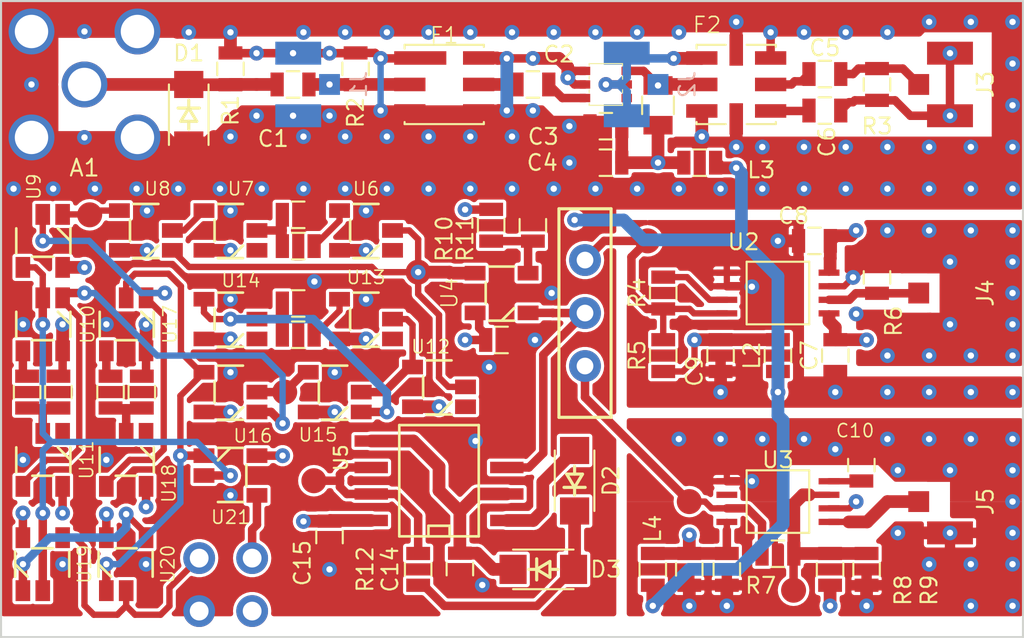
<source format=kicad_pcb>
(kicad_pcb (version 20221018) (generator pcbnew)
  (title_block (title "Cowloc ADS-B (IN) Receiver") (date "2024-03-04") (rev "1") (company "Agilack") (comment 1 "License: CC-by-SA"))
  (layers (0 "F.Cu" signal) (1 "In1.Cu" signal) (2 "In2.Cu" signal) (31 "B.Cu" signal) (34 "B.Paste" user) (35 "F.Paste" user) (36 "B.SilkS" user "B.Silkscreen") (37 "F.SilkS" user "F.Silkscreen") (38 "B.Mask" user) (39 "F.Mask" user) (44 "Edge.Cuts" user))
  (net 0 "")
  (net 1 "GND")
  (net 2 "Net-(D1-K)")
  (net 3 "TPRF1")
  (net 4 "Net-(C5-Pad1)")
  (net 5 "Net-(C5-Pad2)")
  (net 6 "+VLNA")
  (net 7 "TPRF2")
  (net 8 "Net-(C2-Pad1)")
  (net 9 "Net-(C2-Pad2)")
  (net 10 "Net-(C6-Pad1)")
  (net 11 "Net-(C6-Pad2)")
  (net 12 "Net-(U2-INLO)")
  (net 13 "Net-(U2-INHI)")
  (net 14 "Net-(U2-VSET)")
  (net 15 "DET1")
  (net 16 "/VDET_1")
  (net 17 "+5V")
  (net 18 "Net-(U3-RF_IN)")
  (net 19 "+VDET2")
  (net 20 "Net-(U3-(SET))")
  (net 21 "Net-(U3-CLPF)")
  (net 23 "DET2")
  (net 24 "Net-(U4--)")
  (net 25 "Net-(D2-K)")
  (net 26 "DET")
  (net 27 "Net-(D2-A)")
  (net 28 "Net-(U5B--)")
  (net 29 "Net-(D3-K)")
  (net 30 "SIG")
  (net 31 "Net-(U7-A)")
  (net 32 "Net-(U6-Y)")
  (net 33 "Net-(U7-Y)")
  (net 34 "Net-(U10-Y)")
  (net 35 "Net-(U11-A)")
  (net 36 "Net-(U8-Y)")
  (net 37 "SIG_FALL")
  (net 38 "SIG_BIT1")
  (net 39 "SIG_RISE")
  (net 40 "Net-(U14-A)")
  (net 41 "Net-(U13-Y)")
  (net 42 "Net-(U12-Y)")
  (net 43 "Net-(U15-Y)")
  (net 44 "Net-(U14-Y)")
  (net 45 "SIG_BIT0")
  (net 46 "Net-(U19-B)")
  (net 47 "Net-(U17-Y)")
  (net 48 "Net-(U18-A)")
  (net 49 "/SIG_OUT")
  (net 50 "/SIG_CLK")
  (footprint "cowloc-adsb-i:SMD0603" (layer "F.Cu") (at 131.75 126.7 -90)
    (fp_text reference "C15")
    (fp_text value "100nF" hide)
  )
  (footprint "cowloc-adsb-i:SOT23-5" (layer "F.Cu") (at 127 119.75 90)
    (fp_text reference "U16")
    (fp_text value "SN74LVC1G08" hide)
  )
  (footprint "cowloc-adsb-i:SMD0603" (layer "F.Cu") (at 138 128.237 -90)
    (fp_text reference "C14")
    (fp_text value "100nF" hide)
  )
  (footprint "cowloc-adsb-i:SOD-123" (layer "F.Cu") (at 143.5 124 -90)
    (fp_text reference "D2")
    (fp_text value "D")
  )
  (footprint "cowloc-adsb-i:SOT23-5" (layer "F.Cu") (at 127 112 90)
    (fp_text reference "U7")
    (fp_text value "SN74LVC1G14" hide)
  )
  (footprint "cowloc-adsb-i:TP_PIN" (layer "F.Cu") (at 125.5 127.71)
    (fp_text reference "P3" hide)
    (fp_text value "CONN_1" hide)
  )
  (footprint "cowloc-adsb-i:SMD0603" (layer "F.Cu") (at 141.5 105)
    (fp_text reference "C2")
    (fp_text value "39pF" hide)
  )
  (footprint "cowloc-adsb-i:SOT23-5" (layer "F.Cu") (at 133.5 116.25 90)
    (fp_text reference "U13")
    (fp_text value "SN74LVC1G17" hide)
  )
  (footprint "cowloc-adsb-i:FLT_3x8" (layer "F.Cu") (at 151.25 105 -90)
    (fp_text reference "F2")
    (fp_text value "TA0232A")
  )
  (footprint "cowloc-adsb-i:CONN_UFL-R-SMT-1" (layer "F.Cu") (at 161.5 115 -90)
    (fp_text reference "J4")
    (fp_text value "~" hide)
  )
  (footprint "cowloc-adsb-i:SOT23-5" (layer "F.Cu") (at 118 123 180)
    (fp_text reference "U11")
    (fp_text value "SN74LVC1G14" hide)
  )
  (footprint "cowloc-adsb-i:CONN_UFL-R-SMT-1" (layer "F.Cu") (at 161.5 125 -90)
    (fp_text reference "J5")
    (fp_text value "~" hide)
  )
  (footprint "cowloc-adsb-i:SC88" (layer "F.Cu") (at 145 105 90)
    (fp_text reference "U1" hide)
    (fp_text value "NSVG3117" hide)
  )
  (footprint "cowloc-adsb-i:SMD0603" (layer "F.Cu") (at 121.25 119.75 -90)
    (fp_text reference "C19" hide)
    (fp_text value "C" hide)
  )
  (footprint "cowloc-adsb-i:TP_SMD" (layer "F.Cu") (at 147 112.5)
    (fp_text reference "TP1" hide)
    (fp_text value "CONN_1" hide)
  )
  (footprint "cowloc-adsb-i:SOT23-5" (layer "F.Cu") (at 122 128)
    (fp_text reference "U20")
    (fp_text value "SN74LVC1G02" hide)
  )
  (footprint "cowloc-adsb-i:SMD0603" (layer "F.Cu") (at 130.25 115.5)
    (fp_text reference "C18" hide)
    (fp_text value "C" hide)
  )
  (footprint "cowloc-adsb-i:SMD0603" (layer "F.Cu") (at 153.25 127.5 180)
    (fp_text reference "R7")
    (fp_text value "R" hide)
  )
  (footprint "cowloc-adsb-i:SOT23-5" (layer "F.Cu") (at 133.5 112 90)
    (fp_text reference "U6")
    (fp_text value "SN74LVC1G17" hide)
  )
  (footprint "cowloc-adsb-i:SOD-123" (layer "F.Cu") (at 125 106.45 90)
    (fp_text reference "D1")
    (fp_text value "D_ESD")
  )
  (footprint "cowloc-adsb-i:SOD-123" (layer "F.Cu") (at 142 128.25 180)
    (fp_text reference "D3")
    (fp_text value "D")
  )
  (footprint "cowloc-adsb-i:MSOP-8" (layer "F.Cu") (at 153.25 125 90)
    (fp_text reference "U3")
    (fp_text value "AD993x" hide)
  )
  (footprint "cowloc-adsb-i:SMD0603" (layer "F.Cu") (at 157.25 123.25 90)
    (fp_text reference "C10")
    (fp_text value "C" hide)
  )
  (footprint "cowloc-adsb-i:SW_450301014042" (layer "F.Cu") (at 144 115.96 -90)
    (fp_text reference "SW1" hide)
    (fp_text value "SWITCH_SLIDE" hide)
  )
  (footprint "cowloc-adsb-i:SOIC-8" (layer "F.Cu") (at 137 124 90)
    (fp_text reference "U5")
    (fp_text value "TLV9062" hide)
  )
  (footprint "cowloc-adsb-i:SMD0603" (layer "F.Cu") (at 145 108.75 180)
    (fp_text reference "C4")
    (fp_text value "10nF" hide)
  )
  (footprint "cowloc-adsb-i:TP_SMD" (layer "F.Cu") (at 131 124)
    (fp_text reference "TP5" hide)
    (fp_text value "CONN_1" hide)
  )
  (footprint "cowloc-adsb-i:TP_SMD" (layer "F.Cu") (at 136 114)
    (fp_text reference "TP4" hide)
    (fp_text value "CONN_1" hide)
  )
  (footprint "cowloc-adsb-i:SMD0603" (layer "F.Cu") (at 153.25 118 -90)
    (fp_text reference "L2")
    (fp_text value "FB100" hide)
  )
  (footprint "cowloc-adsb-i:TP_PIN" (layer "F.Cu") (at 125.5 130.25)
    (fp_text reference "P1" hide)
    (fp_text value "CONN_1" hide)
  )
  (footprint "cowloc-adsb-i:SMD0603" (layer "F.Cu") (at 130.25 111.25)
    (fp_text reference "C16" hide)
    (fp_text value "C" hide)
  )
  (footprint "cowloc-adsb-i:SOT23-5" (layer "F.Cu") (at 127 123.75 -90)
    (fp_text reference "U21")
    (fp_text value "SN74LVC1G02" hide)
  )
  (footprint "cowloc-adsb-i:SMD0603" (layer "F.Cu") (at 150.5 118 -90)
    (fp_text reference "C9")
    (fp_text value "100nF" hide)
  )
  (footprint "cowloc-adsb-i:SMD0603" (layer "F.Cu") (at 145 107 180)
    (fp_text reference "C3")
    (fp_text value "100pF" hide)
  )
  (footprint "cowloc-adsb-i:TP_SMD" (layer "F.Cu") (at 120.25 111.25)
    (fp_text reference "TP6" hide)
    (fp_text value "CONN_1" hide)
  )
  (footprint "cowloc-adsb-i:SOT23-5" (layer "F.Cu") (at 127 116.25 90)
    (fp_text reference "U14")
    (fp_text value "SN74LVC1G14" hide)
  )
  (footprint "cowloc-adsb-i:SMD0603" (layer "F.Cu") (at 150.8 128.25 -90)
    (fp_text reference "C11" hide)
    (fp_text value "10nF" hide)
  )
  (footprint "cowloc-adsb-i:SMD0603" (layer "F.Cu") (at 118.75 119.75 90)
    (fp_text reference "R14" hide)
    (fp_text value "R" hide)
  )
  (footprint "cowloc-adsb-i:SMD0603" (layer "F.Cu") (at 136 128.25 90)
    (fp_text reference "R12")
    (fp_text value "R" hide)
  )
  (footprint "cowloc-adsb-i:MSOP-8" (layer "F.Cu") (at 153.25 115 90)
    (fp_text reference "U2")
    (fp_text value "AD8313" hide)
  )
  (footprint "cowloc-adsb-i:TP_SMD" (layer "F.Cu") (at 129.6 119.75)
    (fp_text reference "TP7" hide)
    (fp_text value "CONN_1" hide)
  )
  (footprint "cowloc-adsb-i:SOT23-5" (layer "F.Cu") (at 118 116.5 180)
    (fp_text reference "U10")
    (fp_text value "SN74LVC1G02" hide)
  )
  (footprint "cowloc-adsb-i:SOT23-5" (layer "F.Cu") (at 140 115 90)
    (fp_text reference "U4")
    (fp_text value "HT8051" hide)
  )
  (footprint "cowloc-adsb-i:CONN_SMA_RA" (layer "F.Cu") (at 120 105)
    (fp_text reference "A1")
    (fp_text value "ANTENNA" hide)
  )
  (footprint "cowloc-adsb-i:SMD0603" (layer "F.Cu") (at 158 114.25 90)
    (fp_text reference "R6")
    (fp_text value "n/e" hide)
  )
  (footprint "cowloc-adsb-i:SMD0603" (layer "F.Cu") (at 130.25 117 180)
    (fp_text reference "R15" hide)
    (fp_text value "R" hide)
  )
  (footprint "cowloc-adsb-i:SMD0603" (layer "F.Cu") (at 147.75 115 90)
    (fp_text reference "R4")
    (fp_text value "4,7k" hide)
  )
  (footprint "cowloc-adsb-i:SMD0603" (layer "F.Cu") (at 158 105 -90)
    (fp_text reference "R3")
    (fp_text value "49.9" hide)
  )
  (footprint "cowloc-adsb-i:SMD0603" (layer "F.Cu") (at 141.5 111.75 -90)
    (fp_text reference "R11")
    (fp_text value "R" hide)
  )
  (footprint "cowloc-adsb-i:SOT23-5" (layer "F.Cu") (at 122.945 112 90)
    (fp_text reference "U8")
    (fp_text value "SN74LVC1G08" hide)
  )
  (footprint "cowloc-adsb-i:SMD0603" (layer "F.Cu") (at 147.75 118 90)
    (fp_text reference "R5")
    (fp_text value "n/e" hide)
  )
  (footprint "cowloc-adsb-i:SMD0603" (layer "F.Cu") (at 149 128.25 -90)
    (fp_text reference "C12" hide)
    (fp_text value "100nF" hide)
  )
  (footprint "cowloc-adsb-i:SMD0603" (layer "F.Cu") (at 127 104.25 90)
    (fp_text reference "R1")
    (fp_text value "n/e" hide)
  )
  (footprint "cowloc-adsb-i:CONN_UFL-R-SMT-1" (layer "F.Cu") (at 161.5 105 -90)
    (fp_text reference "J3")
    (fp_text value "~" hide)
  )
  (footprint "cowloc-adsb-i:TP_SMD" (layer "F.Cu") (at 149 125)
    (fp_text reference "TP2" hide)
    (fp_text value "CONN_1" hide)
  )
  (footprint "cowloc-adsb-i:FLT_6" (layer "F.Cu") (at 137.25 105 -90)
    (fp_text reference "F1")
    (fp_text value "TA0970A")
  )
  (footprint "cowloc-adsb-i:SMD0603" (layer "F.Cu") (at 155.5 106.25)
    (fp_text reference "C6")
    (fp_text value "10pF" hide)
  )
  (footprint "cowloc-adsb-i:TP_PIN" (layer "F.Cu") (at 128.04 130.25)
    (fp_text reference "P2" hide)
    (fp_text value "CONN_1" hide)
  )
  (footprint "cowloc-adsb-i:SMD0603" (layer "F.Cu") (at 139.5 111.75 -90)
    (fp_text reference "R10")
    (fp_text value "R" hide)
  )
  (footprint "cowloc-adsb-i:SMD0603" (layer "F.Cu") (at 122.75 119.75 90)
    (fp_text reference "R16" hide)
    (fp_text value "R" hide)
  )
  (footprint "cowloc-adsb-i:SOT23-5" (layer "F.Cu") (at 137 119.5 90)
    (fp_text reference "U12")
    (fp_text value "SN74LVC1G14" hide)
  )
  (footprint "cowloc-adsb-i:SMD0603" (layer "F.Cu") (at 156 118 -90)
    (fp_text reference "C7")
    (fp_text value "10nF" hide)
  )
  (footprint "cowloc-adsb-i:SMD0603" (layer "F.Cu") (at 157.5 128.25 90)
    (fp_text reference "R9")
    (fp_text value "R" hide)
  )
  (footprint "cowloc-adsb-i:SOT23-5" (layer "F.Cu") (at 132 119.75 90)
    (fp_text reference "U15")
    (fp_text value "SN74LVC1G08" hide)
  )
  (footprint "cowloc-adsb-i:SMD0805" (layer "F.Cu") (at 147.5 106 90)
    (fp_text reference "L1" hide)
    (fp_text value "68nH" hide)
  )
  (footprint "cowloc-adsb-i:SMD0603" (layer "F.Cu") (at 149.5 108.75 180)
    (fp_text reference "L3")
    (fp_text value "FB100" hide)
  )
  (footprint "cowloc-adsb-i:SOT23-5" (layer "F.Cu") (at 118 112.5 180)
    (fp_text reference locked "U9")
    (fp_text value "SN74LVC1G08" hide)
  )
  (footprint "cowloc-adsb-i:TP_PIN" (layer "F.Cu") (at 128.04 127.71)
    (fp_text reference "P4" hide)
    (fp_text value "CONN_1" hide)
  )
  (footprint "cowloc-adsb-i:SOT23-5" (layer "F.Cu") (at 122 116.5 180)
    (fp_text reference "U17")
    (fp_text value "SN74LVC1G02" hide)
  )
  (footprint "cowloc-adsb-i:SMD0603" (layer "F.Cu") (at 155 112.5 180)
    (fp_text reference "C8")
    (fp_text value "10nF" hide)
  )
  (footprint "cowloc-adsb-i:SMD0603" (layer "F.Cu") (at 140 117.25)
    (fp_text reference "C13" hide)
    (fp_text value "100nF" hide)
  )
  (footprint "cowloc-adsb-i:SOT23-5" (layer "F.Cu") (at 122 123 180)
    (fp_text reference "U18")
    (fp_text value "SN74LVC1G14" hide)
  )
  (footprint "cowloc-adsb-i:SMD0603" (layer "F.Cu") (at 155.5 104.5)
    (fp_text reference "C5")
    (fp_text value "10pF" hide)
  )
  (footprint "cowloc-adsb-i:SMD0603" (layer "F.Cu") (at 117.25 119.75 -90)
    (fp_text reference "C17" hide)
    (fp_text value "C" hide)
  )
  (footprint "cowloc-adsb-i:SMD0603" (layer "F.Cu") (at 130.25 112.75 180)
    (fp_text reference "R13" hide)
    (fp_text value "R" hide)
  )
  (footprint "cowloc-adsb-i:TP_SMD" (layer "F.Cu") (at 154 129.25)
    (fp_text reference "TP3" hide)
    (fp_text value "CONN_1" hide)
  )
  (footprint "cowloc-adsb-i:SMD0603" (layer "F.Cu") (at 130 105)
    (fp_text reference "C1")
    (fp_text value "39pF" hide)
  )
  (footprint "cowloc-adsb-i:SMD0603" (layer "F.Cu") (at 133 104.25 90)
    (fp_text reference "R2")
    (fp_text value "n/e" hide)
  )
  (footprint "cowloc-adsb-i:SOT23-5" (layer "F.Cu") (at 118 128)
    (fp_text reference "U19")
    (fp_text value "SN74LVC1G02" hide)
  )
  (footprint "cowloc-adsb-i:SMD0603" (layer "F.Cu") (at 155.75 128.25 90)
    (fp_text reference "R8")
    (fp_text value "R" hide)
  )
  (footprint "cowloc-adsb-i:SMD0603" (layer "F.Cu") (at 147.25 128.25 -90)
    (fp_text reference "L4")
    (fp_text value "FB100" hide)
  )
  (footprint "cowloc-adsb-i:CONN_UFL-R-SMT-1" (layer "B.Cu") (at 130.25 105 -90)
    (fp_text reference "J1")
    (fp_text value "~" hide)
  )
  (footprint "cowloc-adsb-i:CONN_UFL-R-SMT-1" (layer "B.Cu") (at 146 105 -90)
    (fp_text reference "J2")
    (fp_text value "~" hide)
  )
  (gr_line (start 165 131.5) (end 116 131.5) (stroke (width 0.1)) (layer "Edge.Cuts"))
  (gr_line (start 116 131.5) (end 116 101) (stroke (width 0.1)) (layer "Edge.Cuts"))
  (gr_line (start 165 101) (end 165 131.5) (stroke (width 0.1)) (layer "Edge.Cuts"))
  (gr_line (start 116 101) (end 165 101) (stroke (width 0.1)) (layer "Edge.Cuts"))
  (segment (start 130.5 110) (end 128.5 110) (width 0.6096) (layer "F.Cu") (net 1))
  (segment (start 164.5 123.5) (end 164.5 125) (width 0.6096) (layer "F.Cu") (net 1))
  (segment (start 152.5 122) (end 150.5 122) (width 0.6096) (layer "F.Cu") (net 1))
  (segment (start 123 111.05) (end 124.2125 111.05) (width 0.6096) (layer "F.Cu") (net 1))
  (segment (start 125.73 124.7025) (end 126.9975 124.7025) (width 0.4064) (layer "F.Cu") (net 1))
  (segment (start 141.5 110) (end 142.5 110) (width 0.4064) (layer "F.Cu") (net 1))
  (segment (start 143.175 104.675) (end 143.175 104.175) (width 0.6096) (layer "F.Cu") (net 1))
  (segment (start 160.5 102) (end 162.5 102) (width 0.4064) (layer "F.Cu") (net 1))
  (segment (start 150.8 129.012) (end 150.8 130) (width 0.6096) (layer "F.Cu") (net 1))
  (segment (start 138.5 110) (end 136.5 110) (width 0.6096) (layer "F.Cu") (net 1))
  (segment (start 160 102.5) (end 160.5 102) (width 0.4064) (layer "F.Cu") (net 1))
  (segment (start 151.975 114.675) (end 152 114.7) (width 0.4064) (layer "F.Cu") (net 1))
  (segment (start 121.0475 116.4975) (end 121.05 116.5) (width 0.6096) (layer "F.Cu") (net 1))
  (segment (start 164.5 128) (end 164.5 130) (width 0.4064) (layer "F.Cu") (net 1))
  (segment (start 141.5 110) (end 140.5 110) (width 0.4064) (layer "F.Cu") (net 1))
  (segment (start 154.988 122.488) (end 154.5 122) (width 0.4064) (layer "F.Cu") (net 1))
  (segment (start 121.0475 115.23) (end 121.0475 116.4975) (width 0.6096) (layer "F.Cu") (net 1))
  (segment (start 130.5 102.5) (end 132.5 102.5) (width 0.4064) (layer "F.Cu") (net 1))
  (segment (start 156 122.488) (end 154.988 122.488) (width 0.4064) (layer "F.Cu") (net 1))
  (segment (start 128.27 111.0475) (end 127.0025 111.0475) (width 0.6096) (layer "F.Cu") (net 1))
  (segment (start 159 123.476) (end 158.012 122.488) (width 0.6096) (layer "F.Cu") (net 1))
  (segment (start 141.5 110.988) (end 141.5 110) (width 0.4064) (layer "F.Cu") (net 1))
  (segment (start 150.8 114.025) (end 150.8 113.15) (width 0.3048) (layer "F.Cu") (net 1))
  (segment (start 154.5 122) (end 152.5 122) (width 0.6096) (layer "F.Cu") (net 1))
  (segment (start 154.5 110) (end 152.5 110) (width 0.4064) (layer "F.Cu") (net 1))
  (segment (start 130.5 107.5) (end 132.5 107.5) (width 0.6096) (layer "F.Cu") (net 1))
  (segment (start 131.75 103.5) (end 130 103.5) (width 0.4064) (layer "F.Cu") (net 1))
  (segment (start 117.0425 111.225) (end 117.0475 111.23) (width 0.6096) (layer "F.Cu") (net 1))
  (segment (start 118.9525 128.0025) (end 118.95 128) (width 0.4064) (layer "F.Cu") (net 1))
  (segment (start 132.5 102.5) (end 134.5 102.5) (width 0.4064) (layer "F.Cu") (net 1))
  (segment (start 139.83 106.27) (end 139.85 106.25) (width 0.6096) (layer "F.Cu") (net 1))
  (segment (start 164.5 110) (end 162.5 110) (width 0.6096) (layer "F.Cu") (net 1))
  (segment (start 117.0475 121.73) (end 117.0475 122.9975) (width 0.6096) (layer "F.Cu") (net 1))
  (segment (start 135.6 106.27) (end 135.58 106.25) (width 0.4064) (layer "F.Cu") (net 1))
  (segment (start 128.27 115.2975) (end 127.0025 115.2975) (width 0.6096) (layer "F.Cu") (net 1))
  (segment (start 156.5 102.5) (end 158.5 102.5) (width 0.4064) (layer "F.Cu") (net 1))
  (segment (start 146.5 110) (end 144.5 110) (width 0.4064) (layer "F.Cu") (net 1))
  (segment (start 124.5 110) (end 122.5 110) (width 0.6096) (layer "F.Cu") (net 1))
  (segment (start 117.46 102.46) (end 117.46 107.54) (width 0.6096) (layer "F.Cu") (net 1))
  (segment (start 122.9525 128.0025) (end 122.95 128) (width 0.3048) (layer "F.Cu") (net 1))
  (segment (start 148.25 103.75) (end 149.58 103.75) (width 0.6096) (layer "F.Cu") (net 1))
  (segment (start 157.5 129.012) (end 157.5 130) (width 0.6096) (layer "F.Cu") (net 1))
  (segment (start 160.5 128) (end 159.6 128) (width 0.6096) (layer "F.Cu") (net 1))
  (segment (start 150.8 113.15) (end 151.45 112.5) (width 0.3048) (layer "F.Cu") (net 1))
  (segment (start 122.5 110) (end 120.5 110) (width 0.6096) (layer "F.Cu") (net 1))
  (segment (start 146.5 102.5) (end 148.5 102.5) (width 0.4064) (layer "F.Cu") (net 1))
  (segment (start 164.5 128) (end 162.5 128) (width 0.6096) (layer "F.Cu") (net 1))
  (segment (start 124.41 102.46) (end 124.45 102.5) (width 0.6096) (layer "F.Cu") (net 1))
  (segment (start 143.25 107) (end 142.25 107) (width 0.6096) (layer "F.Cu") (net 1))
  (segment (start 123.89 107.54) (end 124.25 107.9) (width 0.6096) (layer "F.Cu") (net 1))
  (segment (start 138.75 122.095) (end 140.25 122.095) (width 0.6096) (layer "F.Cu") (net 1))
  (segment (start 138 128.999) (end 139.074 128.999) (width 0.6096) (layer "F.Cu") (net 1))
  (segment (start 139.8 103.75) (end 140.25 103.75) (width 0.6096) (layer "F.Cu") (net 1))
  (segment (start 143.25 107) (end 143.25 108.75) (width 0.4064) (layer "F.Cu") (net 1))
  (segment (start 126.5 110) (end 124.5 110) (width 0.6096) (layer "F.Cu") (net 1))
  (segment (start 136.08 103.75) (end 134.2 103.75) (width 0.4064) (layer "F.Cu") (net 1))
  (segment (start 142.75 103.75) (end 141.5 103.75) (width 0.6096) (layer "F.Cu") (net 1))
  (segment (start 128.5 110) (end 126.5 110) (width 0.6096) (layer "F.Cu") (net 1))
  (segment (start 143.5 105) (end 143.175 104.675) (width 0.4064) (layer "F.Cu") (net 1))
  (segment (start 131.75 106.5) (end 133.95 106.5) (width 0.6096) (layer "F.Cu") (net 1))
  (segment (start 117.0475 116.4975) (end 117.05 116.5) (width 0.6096) (layer "F.Cu") (net 1))
  (segment (start 164.5 126.5) (end 164.5 128) (width 0.6096) (layer "F.Cu") (net 1))
  (segment (start 152.5 110) (end 150.5 110) (width 0.4064) (layer "F.Cu") (net 1))
  (segment (start 138.5 107.5) (end 140.5 107.5) (width 0.6096) (layer "F.Cu") (net 1))
  (segment (start 142.5 102.5) (end 144.5 102.5) (width 0.4064) (layer "F.Cu") (net 1))
  (segment (start 143.25 108.75) (end 144.238 108.75) (width 0.6096) (layer "F.Cu") (net 1))
  (segment (start 131.75 106.5) (end 130 106.5) (width 0.6096) (layer "F.Cu") (net 1))
  (segment (start 122.9525 129.27) (end 122.9525 128.0025) (width 0.3048) (layer "F.Cu") (net 1))
  (segment (start 136.1 103.73) (end 136.08 103.75) (width 0.4064) (layer "F.Cu") (net 1))
  (segment (start 143.175 104.175) (end 142.75 103.75) (width 0.6096) (layer "F.Cu") (net 1))
  (segment (start 140.5 110) (end 138.5 110) (width 0.4064) (layer "F.Cu") (net 1))
  (segment (start 140.5 102.5) (end 142.5 102.5) (width 0.4064) (layer "F.Cu") (net 1))
  (segment (start 151.25 103.35) (end 151.25 102) (width 0.6096) (layer "F.Cu") (net 1))
  (segment (start 125 102.5) (end 124.45 102.5) (width 0.6096) (layer "F.Cu") (net 1))
  (segment (start 126.2 107.5) (end 127 107.5) (width 0.6096) (layer "F.Cu") (net 1))
  (segment (start 131.012 114.463) (end 131.025 114.45) (width 0.6096) (layer "F.Cu") (net 1))
  (segment (start 162.5 128) (end 160.5 128) (width 0.6096) (layer "F.Cu") (net 1))
  (segment (start 140.762 117.25) (end 141.6 117.25) (width 0.4064) (layer "F.Cu") (net 1))
  (segment (start 125 107.9) (end 125.8 107.9) (width 0.6096) (layer "F.Cu") (net 1))
  (segment (start 127.0025 118.7975) (end 127 118.8) (width 0.6096) (layer "F.Cu") (net 1))
  (segment (start 156.5 108) (end 158.5 108) (width 0.4064) (layer "F.Cu") (net 1))
  (segment (start 122.54 107.54) (end 123.89 107.54) (width 0.6096) (layer "F.Cu") (net 1))
  (segment (start 122.54 102.46) (end 124.41 102.46) (width 0.6096) (layer "F.Cu") (net 1))
  (segment (start 159 127.4) (end 159 126.5) (width 0.6096) (layer "F.Cu") (net 1))
  (segment (start 139.074 128.999) (end 139.075 129) (width 0.6096) (layer "F.Cu") (net 1))
  (segment (start 162.5 119.75) (end 160.5 119.75) (width 0.6096) (layer "F.Cu") (net 1))
  (segment (start 148.5 110) (end 146.5 110) (width 0.4064) (layer "F.Cu") (net 1))
  (segment (start 143.5 104.35) (end 143.175 104.675) (width 0.4064) (layer "F.Cu") (net 1))
  (segment (start 140.25 103.75) (end 141.5 103.75) (width 0.4064) (layer "F.Cu") (net 1))
  (segment (start 124.2125 111.05) (end 124.215 111.0475) (width 0.6096) (layer "F.Cu") (net 1))
  (segment (start 164.5 119.75) (end 162.5 119.75) (width 0.6096) (layer "F.Cu") (net 1))
  (segment (start 130.5 107.5) (end 127 107.5) (width 0.6096) (layer "F.Cu") (net 1))
  (segment (start 156.5 110) (end 154.5 110) (width 0.6096) (layer "F.Cu") (net 1))
  (segment (start 164.5 122) (end 162.5 122) (width 0.6096) (layer "F.Cu") (net 1))
  (segment (start 127.25 106.5) (end 127 106.75) (width 0.6096) (layer "F.Cu") (net 1))
  (segment (start 152.9 103.73) (end 152.9 102.5) (width 0.4064) (layer "F.Cu") (net 1))
  (segment (start 133 103.488) (end 132.988 103.5) (width 0.4064) (layer "F.Cu") (net 1))
  (segment (start 138.5 102.5) (end 140.5 102.5) (width 0.4064) (layer "F.Cu") (net 1))
  (segment (start 131.75 127.462) (end 131.75 128.25) (width 0.4064) (layer "F.Cu") (net 1))
  (segment (start 127 102.5) (end 127 103.488) (width 0.6096) (layer "F.Cu") (net 1))
  (segment (start 156 118.762) (end 156 119.75) (width 0.6096) (layer "F.Cu") (net 1))
  (segment (start 141.27 115) (end 142.4 115) (width 0.6096) (layer "F.Cu") (net 1))
  (segment (start 158.5 102.5) (end 160 102.5) (width 0.4064) (layer "F.Cu") (net 1))
  (segment (start 131.012 110.512) (end 130.5 110) (width 0.4064) (layer "F.Cu") (net 1))
  (segment (start 132.988 103.5) (end 131.75 103.5) (width 0.4064) (layer "F.Cu") (net 1))
  (segment (start 117.0475 122.9975) (end 117.05 123) (width 0.6096) (layer "F.Cu") (net 1))
  (segment (start 122.54 102.46) (end 117.46 102.46) (width 0.6096) (layer "F.Cu") (net 1))
  (segment (start 136.5 110) (end 134.5 110) (width 0.6096) (layer "F.Cu") (net 1))
  (segment (start 128.25 103.5) (end 127.012 103.5) (width 0.4064) (layer "F.Cu") (net 1))
  (segment (start 164.5 106) (end 164.5 108) (width 0.4064) (layer "F.Cu") (net 1))
  (segment (start 134.5 102.5) (end 136.5 102.5) (width 0.4064) (layer "F.Cu") (net 1))
  (segment (start 133 103.488) (end 133.938 103.488) (width 0.4064) (layer "F.Cu") (net 1))
  (segment (start 158.5 108) (end 160.5 108) (width 0.4064) (layer "F.Cu") (net 1))
  (segment (start 150.5 122) (end 148.5 122) (width 0.6096) (layer "F.Cu") (net 1))
  (segment (start 162.5 108) (end 160.5 108) (width 0.4064) (layer "F.Cu") (net 1))
  (segment (start 136.5 102.5) (end 138.5 102.5) (width 0.4064) (layer "F.Cu") (net 1))
  (segment (start 150.5 118.762) (end 150.5 119.75) (width 0.6096) (layer "F.Cu") (net 1))
  (segment (start 127 106.75) (end 127 107.5) (width 0.6096) (layer "F.Cu") (net 1))
  (segment (start 160.5 119.75) (end 158.5 119.75) (width 0.6096) (layer "F.Cu") (net 1))
  (segment (start 139.85 106.25) (end 140.25 106.25) (width 0.6096) (layer "F.Cu") (net 1))
  (segment (start 162.5 102) (end 164.5 102) (width 0.4064) (layer "F.Cu") (net 1))
  (segment (start 134.5 110) (end 132.5 110) (width 0.6096) (layer "F.Cu") (net 1))
  (segment (start 121.0475 121.73) (end 121.0475 122.9975) (width 0.6096) (layer "F.Cu") (net 1))
  (segment (start 130 106.5) (end 128.25 106.5) (width 0.6096) (layer "F.Cu") (net 1))
  (segment (start 144.238 107) (end 143.25 107) (width 0.6096) (layer "F.Cu") (net 1))
  (segment (start 120.5 110) (end 118.5 110) (width 0.6096) (layer "F.Cu") (net 1))
  (segment (start 144 104.35) (end 143.5 104.35) (width 0.4064) (layer "F.Cu") (net 1))
  (segment (start 131.012 115.5) (end 131.012 114.463) (width 0.6096) (layer "F.Cu") (net 1))
  (segment (start 133.938 103.488) (end 134.2 103.75) (width 0.4064) (layer "F.Cu") (net 1))
  (segment (start 127 102.5) (end 130.5 102.5) (width 0.4064) (layer "F.Cu") (net 1))
  (segment (start 132.5 107.5) (end 134.5 107.5) (width 0.6096) (layer "F.Cu") (net 1))
  (segment (start 128.25 106.5) (end 127.25 106.5) (width 0.6096) (layer "F.Cu") (net 1))
  (segment (start 149.6 106.27) (end 149.6 107.5) (width 0.6096) (layer "F.Cu") (net 1))
  (segment (start 118.9525 129.27) (end 118.9525 128.0025) (width 0.4064) (layer "F.Cu") (net 1))
  (segment (start 164.5 102) (end 164.5 104) (width 0.4064) (layer "F.Cu") (net 1))
  (segment (start 133.5025 111.0475) (end 133.5 111.05) (width 0.6096) (layer "F.Cu") (net 1))
  (segment (start 139.3975 118.5475) (end 139.4 118.55) (width 0.6096) (layer "F.Cu") (net 1))
  (segment (start 144.5 102.5) (end 146.5 102.5) (width 0.4064) (layer "F.Cu") (net 1))
  (segment (start 150.5 110) (end 148.5 110) (width 0.4064) (layer "F.Cu") (net 1))
  (segment (start 138.27 118.5475) (end 139.3975 118.5475) (width 0.6096) (layer "F.Cu") (net 1))
  (segment (start 156 122.488) (end 157.25 122.488) (width 0.6096) (layer "F.Cu") (net 1))
  (segment (start 151.25 102) (end 149 102) (width 0.4064) (layer "F.Cu") (net 1))
  (segment (start 133.95 106.5) (end 134.2 106.25) (width 0.6096) (layer "F.Cu") (net 1))
  (segment (start 161.5 126.5) (end 159 126.5) (width 0.6096) (layer "F.Cu") (net 1))
  (segment (start 164.5 130) (end 162.5 130) (width 0.4064) (layer "F.Cu") (net 1))
  (segment (start 161.5 123.5) (end 159 123.5) (width 0.6096) (layer "F.Cu") (net 1))
  (segment (start 134.5 107.5) (end 136.5 107.5) (width 0.6096) (layer "F.Cu") (net 1))
  (segment (start 142.25 107) (end 141.5 106.25) (width 0.6096) (layer "F.Cu") (net 1))
  (segment (start 152.4 102) (end 152.9 102.5) (width 0.4064) (layer "F.Cu") (net 1))
  (segment (start 158.5 110) (end 156.5 110) (width 0.6096) (layer "F.Cu") (net 1))
  (segment (start 138.9 106.27) (end 139.83 106.27) (width 0.6096) (layer "F.Cu") (net 1))
  (segment (start 139.78 103.73) (end 139.8 103.75) (width 0.6096) (layer "F.Cu") (net 1))
  (segment (start 144 105) (end 143.5 105) (width 0.4064) (layer "F.Cu") (net 1))
  (segment (start 134.77 111.0475) (end 133.5025 111.0475) (width 0.6096) (layer "F.Cu") (net 1))
  (segment (start 125 102.5) (end 127 102.5) (width 0.6096) (layer "F.Cu") (net 1))
  (segment (start 127.0025 115.2975) (end 127 115.3) (width 0.6096) (layer "F.Cu") (net 1))
  (segment (start 164.5 125) (end 164.5 126.5) (width 0.6096) (layer "F.Cu") (net 1))
  (segment (start 118.5 110) (end 116.6 110) (width 0.6096) (layer "F.Cu") (net 1))
  (segment (start 154.5 108) (end 152.5 108) (width 0.4064) (layer "F.Cu") (net 1))
  (segment (start 149 129.012) (end 149 130) (width 0.6096) (layer "F.Cu") (net 1))
  (segment (start 150.8 114.675) (end 151.975 114.675) (width 0.4064) (layer "F.Cu") (net 1))
  (segment (start 127.012 103.5) (end 127 103.488) (width 0.4064) (layer "F.Cu") (net 1))
  (segment (start 152.9 102.5) (end 154.5 102.5) (width 0.4064) (layer "F.Cu") (net 1))
  (segment (start 162.5 122) (end 160.5 122) (width 0.6096) (layer "F.Cu") (net 1))
  (segment (start 146 105) (end 145 105) (width 0.4064) (layer "F.Cu") (net 1))
  (segment (start 157.25 122.488) (end 158.012 122.488) (width 0.6096) (layer "F.Cu") (net 1))
  (segment (start 132.5 110) (end 130.5 110) (width 0.6096) (layer "F.Cu") (net 1))
  (segment (start 154.238 112.5) (end 153.25 112.5) (width 0.6096) (layer "F.Cu") (net 1))
  (segment (start 162.5 110) (end 160.5 110) (width 0.6096) (layer "F.Cu") (net 1))
  (segment (start 149 102) (end 148.5 102.5) (width 0.4064) (layer "F.Cu") (net 1))
  (segment (start 117.46 107.54) (end 122.54 107.54) (width 0.6096) (layer "F.Cu") (net 1))
  (segment (start 136.5 107.5) (end 138.5 107.5) (width 0.6096) (layer "F.Cu") (net 1))
  (segment (start 124.25 107.9) (end 125 107.9) (width 0.6096) (layer "F.Cu") (net 1))
  (segment (start 128.27 118.7975) (end 127.0025 118.7975) (width 0.6096) (layer "F.Cu") (net 1))
  (segment (start 117.0475 115.23) (end 117.0475 116.4975) (width 0.6096) (layer "F.Cu") (net 1))
  (segment (start 160.5 110) (end 158.5 110) (width 0.6096) (layer "F.Cu") (net 1))
  (segment (start 150.8 124.025) (end 152 124.025) (width 0.4064) (layer "F.Cu") (net 1))
  (segment (start 151.45 112.5) (end 153.25 112.5) (width 0.3048) (layer "F.Cu") (net 1))
  (segment (start 140.25 106.25) (end 141.5 106.25) (width 0.6096) (layer "F.Cu") (net 1))
  (segment (start 133.5025 115.2975) (end 133.5 115.3) (width 0.6096) (layer "F.Cu") (net 1))
  (segment (start 151.25 106.65) (end 151.25 108) (width 0.6096) (layer "F.Cu") (net 1))
  (segment (start 133.27 118.7975) (end 132.0025 118.7975) (width 0.6096) (layer "F.Cu") (net 1))
  (segment (start 131.012 111.25) (end 131.012 110.512) (width 0.4064) (layer "F.Cu") (net 1))
  (segment (start 126.9975 124.7025) (end 127 124.7) (width 0.4064) (layer "F.Cu") (net 1))
  (segment (start 151.25 102) (end 152.4 102) (width 0.4064) (layer "F.Cu") (net 1))
  (segment (start 160.5 122) (end 158.5 122) (width 0.6096) (layer "F.Cu") (net 1))
  (segment (start 138.9 103.73) (end 139.78 103.73) (width 0.6096) (layer "F.Cu") (net 1))
  (segment (start 154.5 102.5) (end 156.5 102.5) (width 0.4064) (layer "F.Cu") (net 1))
  (segment (start 132.0025 118.7975) (end 132 118.8) (width 0.6096) (layer "F.Cu") (net 1))
  (segment (start 164.5 108) (end 162.5 108) (width 0.4064) (layer "F.Cu") (net 1))
  (segment (start 134.77 115.2975) (end 133.5025 115.2975) (width 0.6096) (layer "F.Cu") (net 1))
  (segment (start 156.5 108) (end 154.5 108) (width 0.4064) (layer "F.Cu") (net 1))
  (segment (start 127.0025 111.0475) (end 127 111.05) (width 0.6096) (layer "F.Cu") (net 1))
  (segment (start 144.5 110) (end 142.5 110) (width 0.4064) (layer "F.Cu") (net 1))
  (segment (start 135.58 106.25) (end 134.2 106.25) (width 0.4064) (layer "F.Cu") (net 1))
  (segment (start 125.8 107.9) (end 126.2 107.5) (width 0.6096) (layer "F.Cu") (net 1))
  (segment (start 130 103.5) (end 128.25 103.5) (width 0.4064) (layer "F.Cu") (net 1))
  (segment (start 159 123.5) (end 159 123.476) (width 0.6096) (layer "F.Cu") (net 1))
  (segment (start 164.5 122) (end 164.5 123.5) (width 0.6096) (layer "F.Cu") (net 1))
  (segment (start 158.012 122.488) (end 158.5 122) (width 0.6096) (layer "F.Cu") (net 1))
  (segment (start 164.5 104) (end 164.5 106) (width 0.4064) (layer "F.Cu") (net 1))
  (segment (start 149.58 103.75) (end 149.6 103.73) (width 0.6096) (layer "F.Cu") (net 1))
  (segment (start 121.0475 122.9975) (end 121.05 123) (width 0.6096) (layer "F.Cu") (net 1))
  (segment (start 159.6 128) (end 159 127.4) (width 0.6096) (layer "F.Cu") (net 1))
  (via (at 139.075 129) (size 0.7112) (drill 0.3048) (layers "F.Cu" "B.Cu") (net 1))
  (via (at 131.75 103.5) (size 0.7112) (drill 0.3048) (layers "F.Cu" "B.Cu") (net 1))
  (via (at 121.05 116.5) (size 0.7112) (drill 0.3048) (layers "F.Cu" "B.Cu") (net 1))
  (via (at 117.05 116.5) (size 0.7112) (drill 0.3048) (layers "F.Cu" "B.Cu") (net 1))
  (via (at 156.5 108) (size 0.7112) (drill 0.3048) (layers "F.Cu" "B.Cu") (net 1))
  (via (at 127 107.5) (size 0.7112) (drill 0.3048) (layers "F.Cu" "B.Cu") (net 1))
  (via (at 128.5 110) (size 0.7112) (drill 0.3048) (layers "F.Cu" "B.Cu") (net 1))
  (via (at 136.5 110) (size 0.7112) (drill 0.3048) (layers "F.Cu" "B.Cu") (net 1))
  (via (at 158.5 108) (size 0.7112) (drill 0.3048) (layers "F.Cu" "B.Cu") (net 1))
  (via (at 127 118.8) (size 0.7112) (drill 0.3048) (layers "F.Cu" "B.Cu") (net 1))
  (via (at 122.5 110) (size 0.7112) (drill 0.3048) (layers "F.Cu" "B.Cu") (net 1))
  (via (at 146.5 102.5) (size 0.7112) (drill 0.3048) (layers "F.Cu" "B.Cu") (net 1))
  (via (at 118.95 128) (size 0.7112) (drill 0.3048) (layers "F.Cu" "B.Cu") (net 1))
  (via (at 132.5 110) (size 0.7112) (drill 0.3048) (layers "F.Cu" "B.Cu") (net 1))
  (via (at 133.5 115.3) (size 0.7112) (drill 0.3048) (layers "F.Cu" "B.Cu") (net 1))
  (via (at 125 102.5) (size 0.7112) (drill 0.3048) (layers "F.Cu" "B.Cu") (net 1))
  (via (at 124.5 110) (size 0.7112) (drill 0.3048) (layers "F.Cu" "B.Cu") (net 1))
  (via (at 134.2 103.75) (size 0.7112) (drill 0.3048) (layers "F.Cu" "B.Cu") (net 1))
  (via (at 140.5 110) (size 0.7112) (drill 0.3048) (layers "F.Cu" "B.Cu") (net 1))
  (via (at 128.25 106.5) (size 0.7112) (drill 0.3048) (layers "F.Cu" "B.Cu") (net 1))
  (via (at 159 123.5) (size 0.7112) (drill 0.3048) (layers "F.Cu" "B.Cu") (net 1))
  (via (at 164.5 108) (size 0.7112) (drill 0.3048) (layers "F.Cu" "B.Cu") (net 1))
  (via (at 164.5 110) (size 0.7112) (drill 0.3048) (layers "F.Cu" "B.Cu") (net 1))
  (via (at 152.5 110) (size 0.7112) (drill 0.3048) (layers "F.Cu" "B.Cu") (net 1))
  (via (at 131.025 114.45) (size 0.7112) (drill 0.3048) (layers "F.Cu" "B.Cu") (net 1))
  (via (at 134.5 107.5) (size 0.7112) (drill 0.3048) (layers "F.Cu" "B.Cu") (net 1))
  (via (at 117.46 105) (size 0.7112) (drill 0.3048) (layers "F.Cu" "B.Cu") (net 1))
  (via (at 162.5 119.75) (size 0.7112) (drill 0.3048) (layers "F.Cu" "B.Cu") (net 1))
  (via (at 139.4 118.55) (size 0.7112) (drill 0.3048) (layers "F.Cu" "B.Cu") (net 1))
  (via (at 130.5 110) (size 0.7112) (drill 0.3048) (layers "F.Cu" "B.Cu") (net 1))
  (via (at 152.5 108) (size 0.7112) (drill 0.3048) (layers "F.Cu" "B.Cu") (net 1))
  (via (at 117.05 123) (size 0.7112) (drill 0.3048) (layers "F.Cu" "B.Cu") (net 1))
  (via (at 130 103.5) (size 0.7112) (drill 0.3048) (layers "F.Cu" "B.Cu") (net 1))
  (via (at 128.25 103.5) (size 0.7112) (drill 0.3048) (layers "F.Cu" "B.Cu") (net 1))
  (via (at 148.5 110) (size 0.7112) (drill 0.3048) (layers "F.Cu" "B.Cu") (net 1))
  (via (at 143.175 104.675) (size 0.7112) (drill 0.3048) (layers "F.Cu" "B.Cu") (net 1))
  (via (at 156 119.75) (size 0.7112) (drill 0.3048) (layers "F.Cu" "B.Cu") (net 1))
  (via (at 162.5 102) (size 0.7112) (drill 0.3048) (layers "F.Cu" "B.Cu") (net 1))
  (via (at 136.5 102.5) (size 0.7112) (drill 0.3048) (layers "F.Cu" "B.Cu") (net 1))
  (via (at 142.4 115) (size 0.7112) (drill 0.3048) (layers "F.Cu" "B.Cu") (net 1))
  (via (at 151.25 108) (size 0.7112) (drill 0.3048) (layers "F.Cu" "B.Cu") (net 1))
  (via (at 150.5 119.75) (size 0.7112) (drill 0.3048) (layers "F.Cu" "B.Cu") (net 1))
  (via (at 152.5 122) (size 0.7112) (drill 0.3048) (layers "F.Cu" "B.Cu") (net 1))
  (via (at 160.5 102) (size 0.7112) (drill 0.3048) (layers "F.Cu" "B.Cu") (net 1))
  (via (at 161.5 126.5) (size 0.7112) (drill 0.3048) (layers "F.Cu" "B.Cu") (net 1))
  (via (at 164.5 123.5) (size 0.7112) (drill 0.3048) (layers "F.Cu" "B.Cu") (net 1))
  (via (at 154.5 108) (size 0.7112) (drill 0.3048) (layers "F.Cu" "B.Cu") (net 1))
  (via (at 158.5 102.5) (size 0.7112) (drill 0.3048) (layers "F.Cu" "B.Cu") (net 1))
  (via (at 160.5 110) (size 0.7112) (drill 0.3048) (layers "F.Cu" "B.Cu") (net 1))
  (via (at 151.25 102) (size 0.7112) (drill 0.3048) (layers "F.Cu" "B.Cu") (net 1))
  (via (at 120 102.46) (size 0.7112) (drill 0.3048) (layers "F.Cu" "B.Cu") (net 1))
  (via (at 160.5 108) (size 0.7112) (drill 0.3048) (layers "F.Cu" "B.Cu") (net 1))
  (via (at 162.5 108) (size 0.7112) (drill 0.3048) (layers "F.Cu" "B.Cu") (net 1))
  (via (at 164.5 122) (size 0.7112) (drill 0.3048) (layers "F.Cu" "B.Cu") (net 1))
  (via (at 162.5 110) (size 0.7112) (drill 0.3048) (layers "F.Cu" "B.Cu") (net 1))
  (via (at 126.5 110) (size 0.7112) (drill 0.3048) (layers "F.Cu" "B.Cu") (net 1))
  (via (at 156.5 110) (size 0.7112) (drill 0.3048) (layers "F.Cu" "B.Cu") (net 1))
  (via (at 158.5 119.75) (size 0.7112) (drill 0.3048) (layers "F.Cu" "B.Cu") (net 1))
  (via (at 131.75 106.5) (size 0.7112) (drill 0.3048) (layers "F.Cu" "B.Cu") (net 1))
  (via (at 150.5 110) (size 0.7112) (drill 0.3048) (layers "F.Cu" "B.Cu") (net 1))
  (via (at 127 111.05) (size 0.7112) (drill 0.3048) (layers "F.Cu" "B.Cu") (net 1))
  (via (at 164.5 130) (size 0.7112) (drill 0.3048) (layers "F.Cu" "B.Cu") (net 1))
  (via (at 141.6 117.25) (size 0.7112) (drill 0.3048) (layers "F.Cu" "B.Cu") (net 1))
  (via (at 146.5 110) (size 0.7112) (drill 0.3048) (layers "F.Cu" "B.Cu") (net 1))
  (via (at 154.5 122) (size 0.7112) (drill 0.3048) (layers "F.Cu" "B.Cu") (net 1))
  (via (at 116.6 110) (size 0.7112) (drill 0.3048) (layers "F.Cu" "B.Cu") (net 1))
  (via (at 118.5 110) (size 0.7112) (drill 0.3048) (layers "F.Cu" "B.Cu") (net 1))
  (via (at 153.25 112.5) (size 0.7112) (drill 0.3048) (layers "F.Cu" "B.Cu") (net 1))
  (via (at 164.5 126.5) (size 0.7112) (drill 0.3048) (layers "F.Cu" "B.Cu") (net 1))
  (via (at 123 111.05) (size 0.7112) (drill 0.3048) (layers "F.Cu" "B.Cu") (net 1))
  (via (at 154.5 110) (size 0.7112) (drill 0.3048) (layers "F.Cu" "B.Cu") (net 1))
  (via (at 144.5 110) (size 0.7112) (drill 0.3048) (layers "F.Cu" "B.Cu") (net 1))
  (via (at 148.5 102.5) (size 0.7112) (drill 0.3048) (layers "F.Cu" "B.Cu") (net 1))
  (via (at 156 122.488) (size 0.7112) (drill 0.3048) (layers "F.Cu" "B.Cu") (net 1))
  (via (at 149.6 107.5) (size 0.7112) (drill 0.3048) (layers "F.Cu" "B.Cu") (net 1))
  (via (at 162.5 122) (size 0.7112) (drill 0.3048) (layers "F.Cu" "B.Cu") (net 1))
  (via (at 145 105) (size 0.7112) (drill 0.3048) (layers "F.Cu" "B.Cu") (net 1))
  (via (at 162.5 130) (size 0.7112) (drill 0.3048) (layers "F.Cu" "B.Cu") (net 1))
  (via (at 131.75 128.25) (size 0.7112) (drill 0.3048) (layers "F.Cu" "B.Cu") (net 1))
  (via (at 160.5 122) (size 0.7112) (drill 0.3048) (layers "F.Cu" "B.Cu") (net 1))
  (via (at 156.5 102.5) (size 0.7112) (drill 0.3048) (layers "F.Cu" "B.Cu") (net 1))
  (via (at 132.5 102.5) (size 0.7112) (drill 0.3048) (layers "F.Cu" "B.Cu") (net 1))
  (via (at 152.9 102.5) (size 0.7112) (drill 0.3048) (layers "F.Cu" "B.Cu") (net 1))
  (via (at 138.5 102.5) (size 0.7112) (drill 0.3048) (layers "F.Cu" "B.Cu") (net 1))
  (via (at 150.8 130) (size 0.7112) (drill 0.3048) (layers "F.Cu" "B.Cu") (net 1))
  (via (at 120 107.54) (size 0.7112) (drill 0.3048) (layers "F.Cu" "B.Cu") (net 1))
  (via (at 127 124.7) (size 0.7112) (drill 0.3048) (layers "F.Cu" "B.Cu") (net 1))
  (via (at 152 124.025) (size 0.7112) (drill 0.3048) (layers "F.Cu" "B.Cu") (net 1))
  (via (at 130.5 102.5) (size 0.7112) (drill 0.3048) (layers "F.Cu" "B.Cu") (net 1))
  (via (at 122.95 128) (size 0.7112) (drill 0.3048) (layers "F.Cu" "B.Cu") (net 1))
  (via (at 158.5 110) (size 0.7112) (drill 0.3048) (layers "F.Cu" "B.Cu") (net 1))
  (via (at 164.5 119.75) (size 0.7112) (drill 0.3048) (layers "F.Cu" "B.Cu") (net 1))
  (via (at 164.5 125) (size 0.7112) (drill 0.3048) (layers "F.Cu" "B.Cu") (net 1))
  (via (at 140.25 106.25) (size 0.7112) (drill 0.3048) (layers "F.Cu" "B.Cu") (net 1))
  (via (at 158.5 122) (size 0.7112) (drill 0.3048) (layers "F.Cu" "B.Cu") (net 1))
  (via (at 140.5 102.5) (size 0.7112) (drill 0.3048) (layers "F.Cu" "B.Cu") (net 1))
  (via (at 127 102.5) (size 0.7112) (drill 0.3048) (layers "F.Cu" "B.Cu") (net 1))
  (via (at 120.5 110) (size 0.7112) (drill 0.3048) (layers "F.Cu" "B.Cu") (net 1))
  (via (at 160.5 119.75) (size 0.7112) (drill 0.3048) (layers "F.Cu" "B.Cu") (net 1))
  (via (at 164.5 106) (size 0.7112) (drill 0.3048) (layers "F.Cu" "B.Cu") (net 1))
  (via (at 130.5 107.5) (size 0.7112) (drill 0.3048) (layers "F.Cu" "B.Cu") (net 1))
  (via (at 164.5 102) (size 0.7112) (drill 0.3048) (layers "F.Cu" "B.Cu") (net 1))
  (via (at 138.5 110) (size 0.7112) (drill 0.3048) (layers "F.Cu" "B.Cu") (net 1))
  (via (at 136.5 107.5) (size 0.7112) (drill 0.3048) (layers "F.Cu" "B.Cu") (net 1))
  (via (at 152 114.7) (size 0.7112) (drill 0.3048) (layers "F.Cu" "B.Cu") (net 1))
  (via (at 138.5 107.5) (size 0.7112) (drill 0.3048) (layers "F.Cu" "B.Cu") (net 1))
  (via (at 134.5 110) (size 0.7112) (drill 0.3048) (layers "F.Cu" "B.Cu") (net 1))
  (via (at 148.25 103.75) (size 0.7112) (drill 0.3048) (layers "F.Cu" "B.Cu") (net 1))
  (via (at 144.5 102.5) (size 0.7112) (drill 0.3048) (layers "F.Cu" "B.Cu") (net 1))
  (via (at 132.5 107.5) (size 0.7112) (drill 0.3048) (layers "F.Cu" "B.Cu") (net 1))
  (via (at 150.5 122) (size 0.7112) (drill 0.3048) (layers "F.Cu" "B.Cu") (net 1))
  (via (at 140.25 103.75) (size 0.7112) (drill 0.3048) (layers "F.Cu" "B.Cu") (net 1))
  (via (at 141.5 103.75) (size 0.7112) (drill 0.3048) (layers "F.Cu" "B.Cu") (net 1))
  (via (at 143.25 108.75) (size 0.7112) (drill 0.3048) (layers "F.Cu" "B.Cu") (net 1))
  (via (at 141.5 106.25) (size 0.7112) (drill 0.3048) (layers "F.Cu" "B.Cu") (net 1))
  (via (at 161.5 123.5) (size 0.7112) (drill 0.3048) (layers "F.Cu" "B.Cu") (net 1))
  (via (at 140.5 107.5) (size 0.7112) (drill 0.3048) (layers "F.Cu" "B.Cu") (net 1))
  (via (at 127 115.3) (size 0.7112) (drill 0.3048) (layers "F.Cu" "B.Cu") (net 1))
  (via (at 133.5 111.05) (size 0.7112) (drill 0.3048) (layers "F.Cu" "B.Cu") (net 1))
  (via (at 159 126.5) (size 0.7112) (drill 0.3048) (layers "F.Cu" "B.Cu") (net 1))
  (via (at 162.5 128) (size 0.7112) (drill 0.3048) (layers "F.Cu" "B.Cu") (net 1))
  (via (at 148.5 122) (size 0.7112) (drill 0.3048) (layers "F.Cu" "B.Cu") (net 1))
  (via (at 142.5 110) (size 0.7112) (drill 0.3048) (layers "F.Cu" "B.Cu") (net 1))
  (via (at 121.05 123) (size 0.7112) (drill 0.3048) (layers "F.Cu" "B.Cu") (net 1))
  (via (at 157.5 130) (size 0.7112) (drill 0.3048) (layers "F.Cu" "B.Cu") (net 1))
  (via (at 160.5 128) (size 0.7112) (drill 0.3048) (layers "F.Cu" "B.Cu") (net 1))
  (via (at 143.25 107) (size 0.7112) (drill 0.3048) (layers "F.Cu" "B.Cu") (net 1))
  (via (at 154.5 102.5) (size 0.7112) (drill 0.3048) (layers "F.Cu" "B.Cu") (net 1))
  (via (at 132 118.8) (size 0.7112) (drill 0.3048) (layers "F.Cu" "B.Cu") (net 1))
  (via (at 130 106.5) (size 0.7112) (drill 0.3048) (layers "F.Cu" "B.Cu") (net 1))
  (via (at 164.5 104) (size 0.7112) (drill 0.3048) (layers "F.Cu" "B.Cu") (net 1))
  (via (at 138.75 122.095) (size 0.7112) (drill 0.3048) (layers "F.Cu" "B.Cu") (net 1))
  (via (at 149 130) (size 0.7112) (drill 0.3048) (layers "F.Cu" "B.Cu") (net 1))
  (via (at 134.2 106.25) (size 0.7112) (drill 0.3048) (layers "F.Cu" "B.Cu") (net 1))
  (via (at 142.5 102.5) (size 0.7112) (drill 0.3048) (layers "F.Cu" "B.Cu") (net 1))
  (via (at 164.5 128) (size 0.7112) (drill 0.3048) (layers "F.Cu" "B.Cu") (net 1))
  (via (at 134.5 102.5) (size 0.7112) (drill 0.3048) (layers "F.Cu" "B.Cu") (net 1))
  (segment (start 146.25 103.75) (end 146 103.5) (width 0.4064) (layer "B.Cu") (net 1))
  (segment (start 145 105) (end 145.65 105) (width 0.4064) (layer "B.Cu") (net 1))
  (segment (start 134.2 106.25) (end 134.2 103.75) (width 0.3048) (layer "B.Cu") (net 1))
  (segment (start 146 105.35) (end 145.65 105) (width 0.4064) (layer "B.Cu") (net 1))
  (segment (start 146 104.65) (end 146 103.5) (width 0.4064) (layer "B.Cu") (net 1))
  (segment (start 146 106.5) (end 146 105.35) (width 0.4064) (layer "B.Cu") (net 1))
  (segment (start 140.25 103.75) (end 140.25 106.25) (width 0.6096) (layer "B.Cu") (net 1))
  (segment (start 148.25 103.75) (end 146.25 103.75) (width 0.4064) (layer "B.Cu") (net 1))
  (segment (start 145.65 105) (end 146 104.65) (width 0.4064) (layer "B.Cu") (net 1))
  (segment (start 127 105.012) (end 125.012 105.012) (width 0.6096) (layer "F.Cu") (net 2))
  (segment (start 120 105) (end 125 105) (width 0.6096) (layer "F.Cu") (net 2))
  (segment (start 128.25 105) (end 129.238 105) (width 0.6096) (layer "F.Cu") (net 2))
  (segment (start 127 105.012) (end 127.012 105) (width 0.4064) (layer "F.Cu") (net 2))
  (segment (start 127.012 105) (end 128.25 105) (width 0.6096) (layer "F.Cu") (net 2))
  (segment (start 125.012 105.012) (end 125 105) (width 0.6096) (layer "F.Cu") (net 2))
  (segment (start 133.012 105) (end 133 105.012) (width 0.4064) (layer "F.Cu") (net 3))
  (segment (start 131.75 105) (end 132.988 105) (width 0.6096) (layer "F.Cu") (net 3))
  (segment (start 130.762 105) (end 131.75 105) (width 0.6096) (layer "F.Cu") (net 3))
  (segment (start 135.6 105) (end 133.012 105) (width 0.6096) (layer "F.Cu") (net 3))
  (segment (start 132.988 105) (end 133 105.012) (width 0.4064) (layer "F.Cu") (net 3))
  (via (at 131.75 105) (size 0.7112) (drill 0.3048) (layers "F.Cu" "B.Cu") (net 3))
  (segment (start 154.05 104.85) (end 154.388 104.85) (width 0.4064) (layer "F.Cu") (net 4))
  (segment (start 152.9 105) (end 153.9 105) (width 0.4064) (layer "F.Cu") (net 4))
  (segment (start 154.388 104.85) (end 154.738 104.5) (width 0.4064) (layer "F.Cu") (net 4))
  (segment (start 153.9 105) (end 154.05 104.85) (width 0.4064) (layer "F.Cu") (net 4))
  (segment (start 156.85 104.5) (end 156.262 104.5) (width 0.4064) (layer "F.Cu") (net 5))
  (segment (start 159.238 104.238) (end 160 105) (width 0.4064) (layer "F.Cu") (net 5))
  (segment (start 158 104.238) (end 159.238 104.238) (width 0.4064) (layer "F.Cu") (net 5))
  (segment (start 158 104.238) (end 157.112 104.238) (width 0.4064) (layer "F.Cu") (net 5))
  (segment (start 157.112 104.238) (end 156.85 104.5) (width 0.4064) (layer "F.Cu") (net 5))
  (segment (start 145.762 106.338) (end 145.762 107) (width 0.4064) (layer "F.Cu") (net 6))
  (segment (start 146 106.1) (end 145.762 106.338) (width 0.4064) (layer "F.Cu") (net 6))
  (segment (start 148.738 108.75) (end 147.5 108.75) (width 0.6096) (layer "F.Cu") (net 6))
  (segment (start 147.5 106.9525) (end 147.5 108.75) (width 0.6096) (layer "F.Cu") (net 6))
  (segment (start 147.5 108.75) (end 145.762 108.75) (width 0.6096) (layer "F.Cu") (net 6))
  (segment (start 145.762 108.75) (end 145.762 107) (width 0.6096) (layer "F.Cu") (net 6))
  (segment (start 146 105.65) (end 146 106.1) (width 0.4064) (layer "F.Cu") (net 6))
  (via (at 147.5 108.75) (size 0.7112) (drill 0.3048) (layers "F.Cu" "B.Cu") (net 6))
  (segment (start 146 104.35) (end 146.8025 104.35) (width 0.4064) (layer "F.Cu") (net 7))
  (segment (start 149.6 105) (end 147.5475 105) (width 0.6096) (layer "F.Cu") (net 7))
  (segment (start 147.5475 105) (end 147.5 105.0475) (width 0.6096) (layer "F.Cu") (net 7))
  (segment (start 146.8025 104.35) (end 147.5 105.0475) (width 0.4064) (layer "F.Cu") (net 7))
  (via (at 147.5 105.0475) (size 0.7112) (drill 0.3048) (layers "F.Cu" "B.Cu") (net 7))
  (segment (start 140.738 105) (end 138.9 105) (width 0.6096) (layer "F.Cu") (net 8))
  (segment (start 142.912 105.65) (end 142.262 105) (width 0.4064) (layer "F.Cu") (net 9))
  (segment (start 144 105.65) (end 142.912 105.65) (width 0.4064) (layer "F.Cu") (net 9))
  (segment (start 152.9 106.27) (end 154.718 106.27) (width 0.4064) (layer "F.Cu") (net 10))
  (segment (start 154.718 106.27) (end 154.738 106.25) (width 0.4064) (layer "F.Cu") (net 10))
  (segment (start 161.5 106.5) (end 159.6 106.5) (width 0.4064) (layer "F.Cu") (net 11))
  (segment (start 159.6 106.5) (end 158.862 105.762) (width 0.4064) (layer "F.Cu") (net 11))
  (segment (start 158 105.762) (end 156.938 105.762) (width 0.4064) (layer "F.Cu") (net 11))
  (segment (start 156.85 105.85) (end 156.662 105.85) (width 0.4064) (layer "F.Cu") (net 11))
  (segment (start 158.862 105.762) (end 158 105.762) (width 0.4064) (layer "F.Cu") (net 11))
  (segment (start 156.662 105.85) (end 156.262 106.25) (width 0.4064) (layer "F.Cu") (net 11))
  (segment (start 156.938 105.762) (end 156.85 105.85) (width 0.4064) (layer "F.Cu") (net 11))
  (segment (start 161.5 106.5) (end 161.5 103.5) (width 0.4064) (layer "F.Cu") (net 11))
  (via (at 161.5 103.5) (size 0.7112) (drill 0.3048) (layers "F.Cu" "B.Cu") (net 11))
  (via (at 161.5 106.5) (size 0.7112) (drill 0.3048) (layers "F.Cu" "B.Cu") (net 11))
  (segment (start 158.838 113.488) (end 159.2 113.85) (width 0.4064) (layer "F.Cu") (net 12))
  (segment (start 162.5 118) (end 160.5 118) (width 0.6096) (layer "F.Cu") (net 12))
  (segment (start 155.7 114.675) (end 156.425 114.675) (width 0.3048) (layer "F.Cu") (net 12))
  (segment (start 161.5 113.5) (end 164.5 113.5) (width 0.6096) (layer "F.Cu") (net 12))
  (segment (start 160.55 116.15) (end 159.05 116.15) (width 0.4064) (layer "F.Cu") (net 12))
  (segment (start 160.9 116.5) (end 160.55 116.15) (width 0.4064) (layer "F.Cu") (net 12))
  (segment (start 164.5 115) (end 164.5 113.5) (width 0.6096) (layer "F.Cu") (net 12))
  (segment (start 160.5 112) (end 158.5 112) (width 0.6096) (layer "F.Cu") (net 12))
  (segment (start 161.5 116.5) (end 160.9 116.5) (width 0.4064) (layer "F.Cu") (net 12))
  (segment (start 161.15 113.85) (end 161.5 113.5) (width 0.4064) (layer "F.Cu") (net 12))
  (segment (start 158 113.488) (end 158.838 113.488) (width 0.4064) (layer "F.Cu") (net 12))
  (segment (start 164.5 113.5) (end 164.5 112) (width 0.6096) (layer "F.Cu") (net 12))
  (segment (start 157.612 113.488) (end 158 113.488) (width 0.4064) (layer "F.Cu") (net 12))
  (segment (start 156.425 114.675) (end 156.85 114.25) (width 0.3048) (layer "F.Cu") (net 12))
  (segment (start 157.662 113.488) (end 158 113.488) (width 0.4064) (layer "F.Cu") (net 12))
  (segment (start 164.5 112) (end 162.5 112) (width 0.6096) (layer "F.Cu") (net 12))
  (segment (start 164.5 118) (end 162.5 118) (width 0.6096) (layer "F.Cu") (net 12))
  (segment (start 164.5 116.5) (end 164.5 118) (width 0.6096) (layer "F.Cu") (net 12))
  (segment (start 158.9 116) (end 157 116) (width 0.4064) (layer "F.Cu") (net 12))
  (segment (start 164.5 116.5) (end 164.5 115) (width 0.6096) (layer "F.Cu") (net 12))
  (segment (start 159.2 113.85) (end 161.15 113.85) (width 0.4064) (layer "F.Cu") (net 12))
  (segment (start 159.05 116.15) (end 158.9 116) (width 0.4064) (layer "F.Cu") (net 12))
  (segment (start 160.5 118) (end 158.5 118) (width 0.6096) (layer "F.Cu") (net 12))
  (segment (start 156.85 114.25) (end 157.612 113.488) (width 0.4064) (layer "F.Cu") (net 12))
  (segment (start 162.5 112) (end 160.5 112) (width 0.6096) (layer "F.Cu") (net 12))
  (segment (start 161.5 113.5) (end 161.5 116.5) (width 0.4064) (layer "F.Cu") (net 12))
  (via (at 162.5 112) (size 0.7112) (drill 0.3048) (layers "F.Cu" "B.Cu") (net 12))
  (via (at 160.5 112) (size 0.7112) (drill 0.3048) (layers "F.Cu" "B.Cu") (net 12))
  (via (at 161.5 113.5) (size 0.7112) (drill 0.3048) (layers "F.Cu" "B.Cu") (net 12))
  (via (at 164.5 118) (size 0.7112) (drill 0.3048) (layers "F.Cu" "B.Cu") (net 12))
  (via (at 161.5 116.5) (size 0.7112) (drill 0.3048) (layers "F.Cu" "B.Cu") (net 12))
  (via (at 164.5 116.5) (size 0.7112) (drill 0.3048) (layers "F.Cu" "B.Cu") (net 12))
  (via (at 158.5 112) (size 0.7112) (drill 0.3048) (layers "F.Cu" "B.Cu") (net 12))
  (via (at 164.5 112) (size 0.7112) (drill 0.3048) (layers "F.Cu" "B.Cu") (net 12))
  (via (at 164.5 113.5) (size 0.7112) (drill 0.3048) (layers "F.Cu" "B.Cu") (net 12))
  (via (at 158.5 118) (size 0.7112) (drill 0.3048) (layers "F.Cu" "B.Cu") (net 12))
  (via (at 164.5 115) (size 0.7112) (drill 0.3048) (layers "F.Cu" "B.Cu") (net 12))
  (via (at 157 116) (size 0.7112) (drill 0.3048) (layers "F.Cu" "B.Cu") (net 12))
  (via (at 162.5 118) (size 0.7112) (drill 0.3048) (layers "F.Cu" "B.Cu") (net 12))
  (via (at 156.85 114.25) (size 0.7112) (drill 0.3048) (layers "F.Cu" "B.Cu") (net 12))
  (via (at 160.5 118) (size 0.7112) (drill 0.3048) (layers "F.Cu" "B.Cu") (net 12))
  (segment (start 159.988 115.012) (end 160 115) (width 0.4064) (layer "F.Cu") (net 13))
  (segment (start 156.988 115.012) (end 158 115.012) (width 0.4064) (layer "F.Cu") (net 13))
  (segment (start 158 115.012) (end 159.988 115.012) (width 0.4064) (layer "F.Cu") (net 13))
  (segment (start 156.675 115.325) (end 156.988 115.012) (width 0.4064) (layer "F.Cu") (net 13))
  (segment (start 155.7 115.325) (end 156.675 115.325) (width 0.4064) (layer "F.Cu") (net 13))
  (segment (start 149.975 115.325) (end 150.8 115.325) (width 0.3048) (layer "F.Cu") (net 14))
  (segment (start 148.888 114.238) (end 149.975 115.325) (width 0.3048) (layer "F.Cu") (net 14))
  (segment (start 147.75 114.238) (end 148.888 114.238) (width 0.3048) (layer "F.Cu") (net 14))
  (segment (start 147 112.5) (end 144.92 112.5) (width 0.4064) (layer "F.Cu") (net 15))
  (segment (start 144.92 112.5) (end 144 113.42) (width 0.4064) (layer "F.Cu") (net 15))
  (segment (start 147.75 117.238) (end 147.75 115.762) (width 0.3048) (layer "F.Cu") (net 15))
  (segment (start 149.225 115.975) (end 149.012 115.762) (width 0.3048) (layer "F.Cu") (net 15))
  (segment (start 150.8 115.975) (end 149.225 115.975) (width 0.3048) (layer "F.Cu") (net 15))
  (segment (start 146.225 115.025) (end 146.225 113.275) (width 0.4064) (layer "F.Cu") (net 15))
  (segment (start 149.012 115.762) (end 147.75 115.762) (width 0.3048) (layer "F.Cu") (net 15))
  (segment (start 146.225 113.275) (end 147 112.5) (width 0.4064) (layer "F.Cu") (net 15))
  (segment (start 146.962 115.762) (end 146.225 115.025) (width 0.4064) (layer "F.Cu") (net 15))
  (segment (start 147.75 115.762) (end 146.962 115.762) (width 0.4064) (layer "F.Cu") (net 15))
  (segment (start 155.75 113.85) (end 155.75 113.975) (width 0.3048) (layer "F.Cu") (net 16))
  (segment (start 153.25 117.238) (end 150.5 117.238) (width 0.6096) (layer "F.Cu") (net 16))
  (segment (start 156 116.65) (end 155.7 116.35) (width 0.6096) (layer "F.Cu") (net 16))
  (segment (start 156.75 112.25) (end 156.012 112.25) (width 0.6096) (layer "F.Cu") (net 16))
  (segment (start 155.75 113.975) (end 155.7 114.025) (width 0.3048) (layer "F.Cu") (net 16))
  (segment (start 155.7 116.15) (end 155.7 115.975) (width 0.3048) (layer "F.Cu") (net 16))
  (segment (start 149.262 117.238) (end 149.25 117.25) (width 0.6096) (layer "F.Cu") (net 16))
  (segment (start 157.488 117.238) (end 157.5 117.25) (width 0.6096) (layer "F.Cu") (net 16))
  (segment (start 148.688 118.762) (end 149.25 118.2) (width 0.3048) (layer "F.Cu") (net 16))
  (segment (start 156 117.238) (end 156 116.65) (width 0.6096) (layer "F.Cu") (net 16))
  (segment (start 150.5 117.238) (end 149.262 117.238) (width 0.6096) (layer "F.Cu") (net 16))
  (segment (start 149.25 118.2) (end 149.25 117.25) (width 0.3048) (layer "F.Cu") (net 16))
  (segment (start 155.75 113.35) (end 155.75 113.85) (width 0.6096) (layer "F.Cu") (net 16))
  (segment (start 157 112) (end 156.75 112.25) (width 0.6096) (layer "F.Cu") (net 16))
  (segment (start 155.762 113.338) (end 155.75 113.35) (width 0.6096) (layer "F.Cu") (net 16))
  (segment (start 156 117.238) (end 157.488 117.238) (width 0.6096) (layer "F.Cu") (net 16))
  (segment (start 147.75 118.762) (end 148.688 118.762) (width 0.3048) (layer "F.Cu") (net 16))
  (segment (start 156.012 112.25) (end 155.762 112.5) (width 0.6096) (layer "F.Cu") (net 16))
  (segment (start 155.762 112.5) (end 155.762 113.338) (width 0.6096) (layer "F.Cu") (net 16))
  (segment (start 155.7 116.35) (end 155.7 116.15) (width 0.6096) (layer "F.Cu") (net 16))
  (via (at 157.5 117.25) (size 0.7112) (drill 0.3048) (layers "F.Cu" "B.Cu") (net 16))
  (via (at 149.25 117.25) (size 0.7112) (drill 0.3048) (layers "F.Cu" "B.Cu") (net 16))
  (via (at 157 112) (size 0.7112) (drill 0.3048) (layers "F.Cu" "B.Cu") (net 16))
  (segment (start 139.5 110.988) (end 139.488 111) (width 0.4064) (layer "F.Cu") (net 17))
  (segment (start 121.0475 125.6025) (end 121.05 125.6) (width 0.4064) (layer "F.Cu") (net 17))
  (segment (start 147.25 129.012) (end 147.25 130) (width 0.6096) (layer "F.Cu") (net 17))
  (segment (start 139.488 111) (end 138.25 111) (width 0.4064) (layer "F.Cu") (net 17))
  (segment (start 139.238 116.988) (end 138.925 116.675) (width 0.4064) (layer "F.Cu") (net 17))
  (segment (start 131.9975 120.7025) (end 132 120.7) (width 0.6096) (layer "F.Cu") (net 17))
  (segment (start 118.9525 113.77) (end 119.995 113.77) (width 0.6096) (layer "F.Cu") (net 17))
  (segment (start 139.238 117.25) (end 139.238 116.988) (width 0.4064) (layer "F.Cu") (net 17))
  (segment (start 139.238 117.25) (end 138.25 117.25) (width 0.4064) (layer "F.Cu") (net 17))
  (segment (start 118.9525 125.5475) (end 118.9525 124.27) (width 0.4064) (layer "F.Cu") (net 17))
  (segment (start 132.23 112.9525) (end 133.4975 112.9525) (width 0.6096) (layer "F.Cu") (net 17))
  (segment (start 122.9525 118.7855) (end 122.75 118.988) (width 0.4064) (layer "F.Cu") (net 17))
  (segment (start 118.9525 117.77) (end 118.9525 116.5025) (width 0.6096) (layer "F.Cu") (net 17))
  (segment (start 128.27 122.7975) (end 129.4975 122.7975) (width 0.4064) (layer "F.Cu") (net 17))
  (segment (start 130.73 120.7025) (end 131.9975 120.7025) (width 0.6096) (layer "F.Cu") (net 17))
  (segment (start 122.9525 116.5025) (end 122.95 116.5) (width 0.6096) (layer "F.Cu") (net 17))
  (segment (start 133.4975 117.2025) (end 133.5 117.2) (width 0.6096) (layer "F.Cu") (net 17))
  (segment (start 129.4975 122.7975) (end 129.5 122.8) (width 0.4064) (layer "F.Cu") (net 17))
  (segment (start 122.9525 117.77) (end 122.9525 116.5025) (width 0.6096) (layer "F.Cu") (net 17))
  (segment (start 125.73 117.2025) (end 126.9975 117.2025) (width 0.6096) (layer "F.Cu") (net 17))
  (segment (start 153.25 118.762) (end 153.25 119.75) (width 0.6096) (layer "F.Cu") (net 17))
  (segment (start 122.9525 117.77) (end 122.9525 118.7855) (width 0.4064) (layer "F.Cu") (net 17))
  (segment (start 122.9525 124.27) (end 122.9525 125.2475) (width 0.4064) (layer "F.Cu") (net 17))
  (segment (start 126.9975 112.9525) (end 127 112.95) (width 0.6096) (layer "F.Cu") (net 17))
  (segment (start 123 112.95) (end 121.6775 112.95) (width 0.6096) (layer "F.Cu") (net 17))
  (segment (start 125.73 112.9525) (end 126.9975 112.9525) (width 0.6096) (layer "F.Cu") (net 17))
  (segment (start 132.23 117.2025) (end 133.4975 117.2025) (width 0.6096) (layer "F.Cu") (net 17))
  (segment (start 121.0475 126.73) (end 121.0475 125.6025) (width 0.4064) (layer "F.Cu") (net 17))
  (segment (start 117.0475 126.73) (end 117.0475 125.5525) (width 0.4064) (layer "F.Cu") (net 17))
  (segment (start 118.9525 117.77) (end 118.9525 118.7855) (width 0.4064) (layer "F.Cu") (net 17))
  (segment (start 125.73 120.7025) (end 126.9975 120.7025) (width 0.6096) (layer "F.Cu") (net 17))
  (segment (start 118.9525 116.5025) (end 118.95 116.5) (width 0.6096) (layer "F.Cu") (net 17))
  (segment (start 126.9975 120.7025) (end 127 120.7) (width 0.6096) (layer "F.Cu") (net 17))
  (segment (start 121.6775 112.95) (end 121.675 112.9525) (width 0.6096) (layer "F.Cu") (net 17))
  (segment (start 118.95 125.55) (end 118.9525 125.5475) (width 0.3048) (layer "F.Cu") (net 17))
  (segment (start 119.995 113.77) (end 120 113.775) (width 0.6096) (layer "F.Cu") (net 17))
  (segment (start 135.73 120.4525) (end 136.9975 120.4525) (width 0.6096) (layer "F.Cu") (net 17))
  (segment (start 138.925 116.1475) (end 138.73 115.9525) (width 0.4064) (layer "F.Cu") (net 17))
  (segment (start 122.9525 125.2475) (end 122.95 125.25) (width 0.4064) (layer "F.Cu") (net 17))
  (segment (start 136.9975 120.4525) (end 137 120.45) (width 0.6096) (layer "F.Cu") (net 17))
  (segment (start 150.512 109) (end 151.25 109) (width 0.6096) (layer "F.Cu") (net 17))
  (segment (start 131.75 125.938) (end 130.512 125.938) (width 0.6096) (layer "F.Cu") (net 17))
  (segment (start 150.262 108.75) (end 150.512 109) (width 0.6096) (layer "F.Cu") (net 17))
  (segment (start 138.925 116.675) (end 138.925 116.1475) (width 0.4064) (layer "F.Cu") (net 17))
  (segment (start 133.4975 112.9525) (end 133.5 112.95) (width 0.6096) (layer "F.Cu") (net 17))
  (segment (start 130.512 125.938) (end 130.5 125.95) (width 0.6096) (layer "F.Cu") (net 17))
  (segment (start 131.783 125.905) (end 131.75 125.938) (width 0.6096) (layer "F.Cu") (net 17))
  (segment (start 133.75 125.905) (end 131.783 125.905) (width 0.6096) (layer "F.Cu") (net 17))
  (segment (start 126.9975 117.2025) (end 127 117.2) (width 0.6096) (layer "F.Cu") (net 17))
  (segment (start 118.9525 118.7855) (end 118.75 118.988) (width 0.4064) (layer "F.Cu") (net 17))
  (segment (start 117.0475 125.5525) (end 117.05 125.55) (width 0.4064) (layer "F.Cu") (net 17))
  (via (at 118.95 116.5) (size 0.7112) (drill 0.3048) (layers "F.Cu" "B.Cu") (net 17))
  (via (at 137 120.45) (size 0.7112) (drill 0.3048) (layers "F.Cu" "B.Cu") (net 17))
  (via (at 143.5 111.5) (size 0.7112) (drill 0.3048) (layers "F.Cu" "B.Cu") (net 17))
  (via (at 127 112.95) (size 0.7112) (drill 0.3048) (layers "F.Cu" "B.Cu") (net 17))
  (via (at 133.5 117.2) (size 0.7112) (drill 0.3048) (layers "F.Cu" "B.Cu") (net 17))
  (via (at 133.5 112.95) (size 0.7112) (drill 0.3048) (layers "F.Cu" "B.Cu") (net 17))
  (via (at 120 113.775) (size 0.7112) (drill 0.3048) (layers "F.Cu" "B.Cu") (net 17))
  (via (at 118.95 125.55) (size 0.7112) (drill 0.3048) (layers "F.Cu" "B.Cu") (net 17))
  (via (at 153.25 119.75) (size 0.7112) (drill 0.3048) (layers "F.Cu" "B.Cu") (net 17))
  (via (at 151.25 109) (size 0.7112) (drill 0.3048) (layers "F.Cu" "B.Cu") (net 17))
  (via (at 122.95 116.5) (size 0.7112) (drill 0.3048) (layers "F.Cu" "B.Cu") (net 17))
  (via (at 122.95 125.25) (size 0.7112) (drill 0.3048) (layers "F.Cu" "B.Cu") (net 17))
  (via (at 129.5 122.8) (size 0.7112) (drill 0.3048) (layers "F.Cu" "B.Cu") (net 17))
  (via (at 138.25 117.25) (size 0.7112) (drill 0.3048) (layers "F.Cu" "B.Cu") (net 17))
  (via (at 138.25 111) (size 0.7112) (drill 0.3048) (layers "F.Cu" "B.Cu") (net 17))
  (via (at 147.25 130) (size 0.7112) (drill 0.3048) (layers "F.Cu" "B.Cu") (net 17))
  (via (at 121.05 125.6) (size 0.7112) (drill 0.3048) (layers "F.Cu" "B.Cu") (net 17))
  (via (at 117.05 125.55) (size 0.7112) (drill 0.3048) (layers "F.Cu" "B.Cu") (net 17))
  (via (at 123 112.95) (size 0.7112) (drill 0.3048) (layers "F.Cu" "B.Cu") (net 17))
  (via (at 127 120.7) (size 0.7112) (drill 0.3048) (layers "F.Cu" "B.Cu") (net 17))
  (via (at 130.5 125.95) (size 0.7112) (drill 0.3048) (layers "F.Cu" "B.Cu") (net 17))
  (via (at 127 117.2) (size 0.7112) (drill 0.3048) (layers "F.Cu" "B.Cu") (net 17))
  (via (at 132 120.7) (size 0.7112) (drill 0.3048) (layers "F.Cu" "B.Cu") (net 17))
  (segment (start 145.85 111.5) (end 143.5 111.5) (width 0.6096) (layer "B.Cu") (net 17))
  (segment (start 153.25 119.75) (end 153.25 114.2) (width 0.6096) (layer "B.Cu") (net 17))
  (segment (start 146.8 112.45) (end 145.85 111.5) (width 0.6096) (layer "B.Cu") (net 17))
  (segment (start 153.25 119.75) (end 153.25 120.875) (width 0.6096) (layer "B.Cu") (net 17))
  (segment (start 151.325 128.25) (end 149 128.25) (width 0.6096) (layer "B.Cu") (net 17))
  (segment (start 153.25 114.2) (end 151.5 112.45) (width 0.6096) (layer "B.Cu") (net 17))
  (segment (start 151.5 109.25) (end 151.25 109) (width 0.6096) (layer "B.Cu") (net 17))
  (segment (start 151.5 112.45) (end 146.8 112.45) (width 0.6096) (layer "B.Cu") (net 17))
  (segment (start 153.5 121.125) (end 153.5 126.075) (width 0.6096) (layer "B.Cu") (net 17))
  (segment (start 153.5 126.075) (end 151.325 128.25) (width 0.6096) (layer "B.Cu") (net 17))
  (segment (start 153.25 120.875) (end 153.5 121.125) (width 0.6096) (layer "B.Cu") (net 17))
  (segment (start 151.5 112.45) (end 151.5 109.25) (width 0.6096) (layer "B.Cu") (net 17))
  (segment (start 149 128.25) (end 147.25 130) (width 0.6096) (layer "B.Cu") (net 17))
  (segment (start 157.525 125.975) (end 156.65 125.975) (width 0.6096) (layer "F.Cu") (net 18))
  (segment (start 158.5 125) (end 157.525 125.975) (width 0.6096) (layer "F.Cu") (net 18))
  (segment (start 160 125) (end 158.5 125) (width 0.6096) (layer "F.Cu") (net 18))
  (segment (start 156.65 125.975) (end 155.7 125.975) (width 0.3048) (layer "F.Cu") (net 18))
  (segment (start 155.75 129.012) (end 155.75 130) (width 0.6096) (layer "F.Cu") (net 19))
  (segment (start 149 127.488) (end 150.8 127.488) (width 0.6096) (layer "F.Cu") (net 19))
  (segment (start 150.8 127.488) (end 150.8 126.375) (width 0.4064) (layer "F.Cu") (net 19))
  (segment (start 156.675 125.325) (end 157 125) (width 0.3048) (layer "F.Cu") (net 19))
  (segment (start 147.25 127.488) (end 149 127.488) (width 0.6096) (layer "F.Cu") (net 19))
  (segment (start 155.7 125.325) (end 156.675 125.325) (width 0.3048) (layer "F.Cu") (net 19))
  (segment (start 149 127.488) (end 149 126.6) (width 0.6096) (layer "F.Cu") (net 19))
  (segment (start 150.8 125.975) (end 150.8 126.375) (width 0.3048) (layer "F.Cu") (net 19))
  (via (at 155.75 130) (size 0.7112) (drill 0.3048) (layers "F.Cu" "B.Cu") (net 19))
  (via (at 157 125) (size 0.7112) (drill 0.3048) (layers "F.Cu" "B.Cu") (net 19))
  (via (at 149 126.6) (size 0.7112) (drill 0.3048) (layers "F.Cu" "B.Cu") (net 19))
  (segment (start 154 127.512) (end 154.012 127.5) (width 0.4064) (layer "F.Cu") (net 20))
  (segment (start 155.7 124.675) (end 154.75 124.675) (width 0.3048) (layer "F.Cu") (net 20))
  (segment (start 154.45 124.675) (end 154.75 124.675) (width 0.6096) (layer "F.Cu") (net 20))
  (segment (start 157.5 127.488) (end 155.75 127.488) (width 0.6096) (layer "F.Cu") (net 20))
  (segment (start 154.012 125.113) (end 154.45 124.675) (width 0.6096) (layer "F.Cu") (net 20))
  (segment (start 154.012 127.5) (end 154.012 125.113) (width 0.6096) (layer "F.Cu") (net 20))
  (segment (start 154.024 127.488) (end 154.012 127.5) (width 0.6096) (layer "F.Cu") (net 20))
  (segment (start 154 129.25) (end 154 127.512) (width 0.4064) (layer "F.Cu") (net 20))
  (segment (start 155.75 127.488) (end 154.024 127.488) (width 0.6096) (layer "F.Cu") (net 20))
  (segment (start 155.7 124.025) (end 157.237 124.025) (width 0.3048) (layer "F.Cu") (net 21))
  (segment (start 157.237 124.025) (end 157.25 124.012) (width 0.3048) (layer "F.Cu") (net 21))
  (segment (start 152.488 126.038) (end 152.488 127.5) (width 0.4064) (layer "F.Cu") (net 23))
  (segment (start 151.775 125.325) (end 152.488 126.038) (width 0.4064) (layer "F.Cu") (net 23))
  (segment (start 149.75 125) (end 150.075 125.325) (width 0.3048) (layer "F.Cu") (net 23))
  (segment (start 149 125) (end 144 120) (width 0.4064) (layer "F.Cu") (net 23))
  (segment (start 150.8 125.325) (end 151.775 125.325) (width 0.4064) (layer "F.Cu") (net 23))
  (segment (start 149 125) (end 149.75 125) (width 0.3048) (layer "F.Cu") (net 23))
  (segment (start 144 120) (end 144 118.5) (width 0.4064) (layer "F.Cu") (net 23))
  (segment (start 150.075 125.325) (end 150.8 125.325) (width 0.3048) (layer "F.Cu") (net 23))
  (segment (start 139.5 112.512) (end 141.5 112.512) (width 0.4064) (layer "F.Cu") (net 24))
  (segment (start 141.27 114.0475) (end 141.27 112.742) (width 0.4064) (layer "F.Cu") (net 24))
  (segment (start 141.27 112.742) (end 141.5 112.512) (width 0.4064) (layer "F.Cu") (net 24))
  (segment (start 143.5 128.2) (end 143.45 128.25) (width 0.6096) (layer "F.Cu") (net 25))
  (segment (start 137.25 130) (end 141.7 130) (width 0.4064) (layer "F.Cu") (net 25))
  (segment (start 143.5 125.45) (end 143.5 128.2) (width 0.6096) (layer "F.Cu") (net 25))
  (segment (start 136 129.012) (end 136.262 129.012) (width 0.4064) (layer "F.Cu") (net 25))
  (segment (start 141.7 130) (end 143.45 128.25) (width 0.4064) (layer "F.Cu") (net 25))
  (segment (start 136.262 129.012) (end 137.25 130) (width 0.4064) (layer "F.Cu") (net 25))
  (segment (start 142.45 115.95) (end 142.4475 115.9525) (width 0.4064) (layer "F.Cu") (net 26))
  (segment (start 142.46 115.96) (end 142.45 115.95) (width 0.4064) (layer "F.Cu") (net 26))
  (segment (start 142 122.675) (end 142 117.96) (width 0.4064) (layer "F.Cu") (net 26))
  (segment (start 144 115.96) (end 142.46 115.96) (width 0.4064) (layer "F.Cu") (net 26))
  (segment (start 142.4475 115.9525) (end 141.27 115.9525) (width 0.4064) (layer "F.Cu") (net 26))
  (segment (start 140.25 123.365) (end 141.31 123.365) (width 0.4064) (layer "F.Cu") (net 26))
  (segment (start 141.31 123.365) (end 142 122.675) (width 0.4064) (layer "F.Cu") (net 26))
  (segment (start 142 117.96) (end 144 115.96) (width 0.4064) (layer "F.Cu") (net 26))
  (segment (start 141.975 124.075) (end 143.5 122.55) (width 0.6096) (layer "F.Cu") (net 27))
  (segment (start 140.25 125.905) (end 141.52 125.905) (width 0.6096) (layer "F.Cu") (net 27))
  (segment (start 141.52 125.905) (end 141.975 125.45) (width 0.6096) (layer "F.Cu") (net 27))
  (segment (start 141.975 125.45) (end 141.975 124.075) (width 0.6096) (layer "F.Cu") (net 27))
  (segment (start 132.25 124) (end 132.25 123.7) (width 0.4064) (layer "F.Cu") (net 28))
  (segment (start 133.75 124.635) (end 132.585 124.635) (width 0.4064) (layer "F.Cu") (net 28))
  (segment (start 132.25 124) (end 131 124) (width 0.4064) (layer "F.Cu") (net 28))
  (segment (start 133.75 124.635) (end 134.935 124.635) (width 0.4064) (layer "F.Cu") (net 28))
  (segment (start 132.25 123.7) (end 132.585 123.365) (width 0.4064) (layer "F.Cu") (net 28))
  (segment (start 132.585 123.365) (end 133.75 123.365) (width 0.4064) (layer "F.Cu") (net 28))
  (segment (start 136 125.7) (end 136 127.488) (width 0.4064) (layer "F.Cu") (net 28))
  (segment (start 132.585 124.635) (end 132.25 124.3) (width 0.4064) (layer "F.Cu") (net 28))
  (segment (start 134.935 124.635) (end 136 125.7) (width 0.4064) (layer "F.Cu") (net 28))
  (segment (start 132.25 124.3) (end 132.25 124) (width 0.4064) (layer "F.Cu") (net 28))
  (segment (start 138 125.475) (end 138.84 124.635) (width 0.6096) (layer "F.Cu") (net 29))
  (segment (start 135.77 122.095) (end 137 123.325) (width 0.6096) (layer "F.Cu") (net 29))
  (segment (start 137 124.475) (end 138 125.475) (width 0.6096) (layer "F.Cu") (net 29))
  (segment (start 138.84 124.635) (end 140.25 124.635) (width 0.6096) (layer "F.Cu") (net 29))
  (segment (start 138 127.475) (end 138 125.475) (width 0.6096) (layer "F.Cu") (net 29))
  (segment (start 133.75 122.095) (end 135.77 122.095) (width 0.6096) (layer "F.Cu") (net 29))
  (segment (start 139.6 128.25) (end 140.55 128.25) (width 0.6096) (layer "F.Cu") (net 29))
  (segment (start 138 127.475) (end 138.825 127.475) (width 0.6096) (layer "F.Cu") (net 29))
  (segment (start 137 123.325) (end 137 124.475) (width 0.6096) (layer "F.Cu") (net 29))
  (segment (start 138.825 127.475) (end 139.6 128.25) (width 0.6096) (layer "F.Cu") (net 29))
  (segment (start 137.5475 114.0475) (end 138.73 114.0475) (width 0.6096) (layer "F.Cu") (net 30))
  (segment (start 134.77 112) (end 135.575 112) (width 0.3048) (layer "F.Cu") (net 30))
  (segment (start 134.025 114) (end 136 114) (width 0.3048) (layer "F.Cu") (net 30))
  (segment (start 138.27 119.5) (end 137.45 119.5) (width 0.3048) (layer "F.Cu") (net 30))
  (segment (start 137 116.05) (end 136 115.05) (width 0.3048) (layer "F.Cu") (net 30))
  (segment (start 133.775 113.75) (end 134.025 114) (width 0.3048) (layer "F.Cu") (net 30))
  (segment (start 135.575 112) (end 136 112.425) (width 0.3048) (layer "F.Cu") (net 30))
  (segment (start 137 119.05) (end 137 116.05) (width 0.3048) (layer "F.Cu") (net 30))
  (segment (start 136 112.425) (end 136 114) (width 0.3048) (layer "F.Cu") (net 30))
  (segment (start 137.5 114) (end 137.5475 114.0475) (width 0.6096) (layer "F.Cu") (net 30))
  (segment (start 137.45 119.5) (end 137 119.05) (width 0.3048) (layer "F.Cu") (net 30))
  (segment (start 136 115.05) (end 136 114) (width 0.3048) (layer "F.Cu") (net 30))
  (segment (start 136 114) (end 137.5 114) (width 0.6096) (layer "F.Cu") (net 30))
  (segment (start 125.0125 113.75) (end 133.775 113.75) (width 0.3048) (layer "F.Cu") (net 30))
  (segment (start 124.215 112.9525) (end 125.0125 113.75) (width 0.3048) (layer "F.Cu") (net 30))
  (via (at 136 114) (size 0.7112) (drill 0.3048) (layers "F.Cu" "B.Cu") (net 30))
  (segment (start 129.5 111.262) (end 129.488 111.25) (width 0.4064) (layer "F.Cu") (net 31))
  (segment (start 129.5 112.738) (end 129.488 112.75) (width 0.4064) (layer "F.Cu") (net 31))
  (segment (start 128.27 112) (end 129.5 112) (width 0.4064) (layer "F.Cu") (net 31))
  (segment (start 129.5 112) (end 129.5 111.262) (width 0.4064) (layer "F.Cu") (net 31))
  (segment (start 129.5 112) (end 129.5 112.738) (width 0.4064) (layer "F.Cu") (net 31))
  (segment (start 131.012 112.75) (end 132.23 111.532) (width 0.3048) (layer "F.Cu") (net 32))
  (segment (start 132.23 111.532) (end 132.23 111.0475) (width 0.3048) (layer "F.Cu") (net 32))
  (segment (start 124.7775 112) (end 125.73 111.0475) (width 0.3048) (layer "F.Cu") (net 33))
  (segment (start 124.215 112) (end 124.7775 112) (width 0.3048) (layer "F.Cu") (net 33))
  (segment (start 117.0475 117.77) (end 117.0475 118.7855) (width 0.4064) (layer "F.Cu") (net 34))
  (segment (start 117.0475 118.7855) (end 117.25 118.988) (width 0.4064) (layer "F.Cu") (net 34))
  (segment (start 118 120.525) (end 118.737 120.525) (width 0.4064) (layer "F.Cu") (net 35))
  (segment (start 118.737 120.525) (end 118.75 120.512) (width 0.4064) (layer "F.Cu") (net 35))
  (segment (start 118 121.73) (end 118 120.525) (width 0.4064) (layer "F.Cu") (net 35))
  (segment (start 117.263 120.525) (end 117.25 120.512) (width 0.4064) (layer "F.Cu") (net 35))
  (segment (start 118 120.525) (end 117.263 120.525) (width 0.4064) (layer "F.Cu") (net 35))
  (segment (start 120.23 111.23) (end 120.25 111.25) (width 0.3048) (layer "F.Cu") (net 36))
  (segment (start 121.675 111.0475) (end 120.4525 111.0475) (width 0.3048) (layer "F.Cu") (net 36))
  (segment (start 120.4525 111.0475) (end 120.25 111.25) (width 0.3048) (layer "F.Cu") (net 36))
  (segment (start 118.9525 111.23) (end 120.23 111.23) (width 0.3048) (layer "F.Cu") (net 36))
  (segment (start 123.3 123) (end 122.175 123) (width 0.3048) (layer "F.Cu") (net 37))
  (segment (start 118 111.23) (end 118 112.5) (width 0.3048) (layer "F.Cu") (net 37))
  (segment (start 123.8 122.5) (end 123.3 123) (width 0.3048) (layer "F.Cu") (net 37))
  (segment (start 121.0475 124.1275) (end 121.0475 124.27) (width 0.3048) (layer "F.Cu") (net 37))
  (segment (start 123.1825 115) (end 123.85 115) (width 0.3048) (layer "F.Cu") (net 37))
  (segment (start 122.9525 115.23) (end 123.1825 115) (width 0.3048) (layer "F.Cu") (net 37))
  (segment (start 122.175 123) (end 121.0475 124.1275) (width 0.3048) (layer "F.Cu") (net 37))
  (segment (start 122.9525 115.23) (end 123.8 116.0775) (width 0.3048) (layer "F.Cu") (net 37))
  (segment (start 123.8 116.0775) (end 123.8 122.5) (width 0.3048) (layer "F.Cu") (net 37))
  (via (at 123.85 115) (size 0.7112) (drill 0.3048) (layers "F.Cu" "B.Cu") (net 37))
  (via (at 118 112.5) (size 0.7112) (drill 0.3048) (layers "F.Cu" "B.Cu") (net 37))
  (segment (start 120.225 112.5) (end 122.725 115) (width 0.3048) (layer "B.Cu") (net 37))
  (segment (start 118 112.5) (end 120.225 112.5) (width 0.3048) (layer "B.Cu") (net 37))
  (segment (start 122.725 115) (end 123.85 115) (width 0.3048) (layer "B.Cu") (net 37))
  (segment (start 118 129.27) (end 118 125.55) (width 0.4064) (layer "F.Cu") (net 38))
  (segment (start 117.0475 113.77) (end 117.645 113.77) (width 0.3048) (layer "F.Cu") (net 38))
  (segment (start 125.73 123.75) (end 127 123.75) (width 0.4064) (layer "F.Cu") (net 38))
  (segment (start 118 114.125) (end 118 115.23) (width 0.3048) (layer "F.Cu") (net 38))
  (segment (start 117.645 113.77) (end 118 114.125) (width 0.3048) (layer "F.Cu") (net 38))
  (segment (start 118 116.5) (end 118 115.23) (width 0.4064) (layer "F.Cu") (net 38))
  (via (at 127 123.75) (size 0.7112) (drill 0.3048) (layers "F.Cu" "B.Cu") (net 38))
  (via (at 118 116.5) (size 0.7112) (drill 0.3048) (layers "F.Cu" "B.Cu") (net 38))
  (via (at 118 125.55) (size 0.7112) (drill 0.3048) (layers "F.Cu" "B.Cu") (net 38))
  (segment (start 127 123.75) (end 125.3896 122.1396) (width 0.3048) (layer "B.Cu") (net 38))
  (segment (start 125.3896 122.1396) (end 118.4146 122.1396) (width 0.3048) (layer "B.Cu") (net 38))
  (segment (start 118 125.55) (end 118 122.5542) (width 0.3048) (layer "B.Cu") (net 38))
  (segment (start 118 122.5542) (end 118.4146 122.1396) (width 0.3048) (layer "B.Cu") (net 38))
  (segment (start 118 121.725) (end 118 116.5) (width 0.3048) (layer "B.Cu") (net 38))
  (segment (start 118.4146 122.1396) (end 118 121.725) (width 0.3048) (layer "B.Cu") (net 38))
  (segment (start 128.9525 120.7025) (end 129.5 121.25) (width 0.4064) (layer "F.Cu") (net 39))
  (segment (start 119.75 122.475) (end 119.75 116.175) (width 0.3048) (layer "F.Cu") (net 39))
  (segment (start 117.0475 124.27) (end 117.0475 124.1275) (width 0.3048) (layer "F.Cu") (net 39))
  (segment (start 119.225 123) (end 119.75 122.475) (width 0.3048) (layer "F.Cu") (net 39))
  (segment (start 119.75 116.175) (end 118.9525 115.3775) (width 0.3048) (layer "F.Cu") (net 39))
  (segment (start 118.175 123) (end 119.225 123) (width 0.3048) (layer "F.Cu") (net 39))
  (segment (start 128.27 120.7025) (end 128.9525 120.7025) (width 0.4064) (layer "F.Cu") (net 39))
  (segment (start 118.9525 115.3775) (end 118.9525 115.23) (width 0.3048) (layer "F.Cu") (net 39))
  (segment (start 117.0475 124.1275) (end 118.175 123) (width 0.3048) (layer "F.Cu") (net 39))
  (segment (start 120 115) (end 119.1825 115) (width 0.4064) (layer "F.Cu") (net 39))
  (segment (start 119.1825 115) (end 118.9525 115.23) (width 0.4064) (layer "F.Cu") (net 39))
  (via (at 129.5 121.25) (size 0.7112) (drill 0.3048) (layers "F.Cu" "B.Cu") (net 39))
  (via (at 120 115) (size 0.7112) (drill 0.3048) (layers "F.Cu" "B.Cu") (net 39))
  (segment (start 120.483947 115) (end 120 115) (width 0.3048) (layer "B.Cu") (net 39))
  (segment (start 128.55 118) (end 123.483947 118) (width 0.3048) (layer "B.Cu") (net 39))
  (segment (start 123.483947 118) (end 120.483947 115) (width 0.3048) (layer "B.Cu") (net 39))
  (segment (start 129.5 118.95) (end 128.55 118) (width 0.3048) (layer "B.Cu") (net 39))
  (segment (start 129.5 121.25) (end 129.5 118.95) (width 0.3048) (layer "B.Cu") (net 39))
  (segment (start 129.475 115.513) (end 129.488 115.5) (width 0.4064) (layer "F.Cu") (net 40))
  (segment (start 129.475 116.987) (end 129.488 117) (width 0.4064) (layer "F.Cu") (net 40))
  (segment (start 129.475 116.25) (end 129.475 116.987) (width 0.4064) (layer "F.Cu") (net 40))
  (segment (start 129.475 116.25) (end 129.475 115.513) (width 0.4064) (layer "F.Cu") (net 40))
  (segment (start 128.27 116.25) (end 129.475 116.25) (width 0.4064) (layer "F.Cu") (net 40))
  (segment (start 132.23 115.2975) (end 132.23 115.845) (width 0.3048) (layer "F.Cu") (net 41))
  (segment (start 132.23 115.845) (end 131.075 117) (width 0.3048) (layer "F.Cu") (net 41))
  (segment (start 131.075 117) (end 131.012 117) (width 0.3048) (layer "F.Cu") (net 41))
  (segment (start 135.5775 118.5475) (end 135.73 118.5475) (width 0.4064) (layer "F.Cu") (net 42))
  (segment (start 135.45 116.25) (end 134.77 116.25) (width 0.3048) (layer "F.Cu") (net 42))
  (segment (start 134.375 119.75) (end 135.5775 118.5475) (width 0.4064) (layer "F.Cu") (net 42))
  (segment (start 133.27 119.75) (end 134.375 119.75) (width 0.4064) (layer "F.Cu") (net 42))
  (segment (start 135.73 116.53) (end 135.45 116.25) (width 0.3048) (layer "F.Cu") (net 42))
  (segment (start 135.73 118.5475) (end 135.73 116.53) (width 0.3048) (layer "F.Cu") (net 42))
  (segment (start 130.5525 118.7975) (end 130.73 118.7975) (width 0.4064) (layer "F.Cu") (net 43))
  (segment (start 129.6 119.75) (end 130.5525 118.7975) (width 0.4064) (layer "F.Cu") (net 43))
  (segment (start 129.6 119.75) (end 128.27 119.75) (width 0.4064) (layer "F.Cu") (net 43))
  (segment (start 125.73 115.93) (end 126.05 116.25) (width 0.3048) (layer "F.Cu") (net 44))
  (segment (start 126.05 116.25) (end 127 116.25) (width 0.3048) (layer "F.Cu") (net 44))
  (segment (start 134.4975 120.7025) (end 134.5 120.7) (width 0.4064) (layer "F.Cu") (net 44))
  (segment (start 125.73 115.2975) (end 125.73 115.93) (width 0.3048) (layer "F.Cu") (net 44))
  (segment (start 133.27 120.7025) (end 134.4975 120.7025) (width 0.4064) (layer "F.Cu") (net 44))
  (via (at 127 116.25) (size 0.7112) (drill 0.3048) (layers "F.Cu" "B.Cu") (net 44))
  (via (at 134.5 120.7) (size 0.7112) (drill 0.3048) (layers "F.Cu" "B.Cu") (net 44))
  (segment (start 134.5 120.7) (end 134.5 119.775) (width 0.4064) (layer "B.Cu") (net 44))
  (segment (start 134.5 119.775) (end 130.975 116.25) (width 0.4064) (layer "B.Cu") (net 44))
  (segment (start 130.975 116.25) (end 127 116.25) (width 0.4064) (layer "B.Cu") (net 44))
  (segment (start 124.625 117.85) (end 124.625 114.675) (width 0.3048) (layer "F.Cu") (net 45))
  (segment (start 125.73 118.7975) (end 125.5725 118.7975) (width 0.3048) (layer "F.Cu") (net 45))
  (segment (start 124.625 114.675) (end 124.025 114.075) (width 0.3048) (layer "F.Cu") (net 45))
  (segment (start 121.0475 129.27) (end 121.0475 128.0025) (width 0.4064) (layer "F.Cu") (net 45))
  (segment (start 124.6 122.8) (end 124.6 119.9275) (width 0.3048) (layer "F.Cu") (net 45))
  (segment (start 122.425 114.075) (end 122 114.5) (width 0.3048) (layer "F.Cu") (net 45))
  (segment (start 124.025 114.075) (end 122.425 114.075) (width 0.3048) (layer "F.Cu") (net 45))
  (segment (start 124.6 119.9275) (end 125.73 118.7975) (width 0.3048) (layer "F.Cu") (net 45))
  (segment (start 125.73 122.7975) (end 124.6025 122.7975) (width 0.4064) (layer "F.Cu") (net 45))
  (segment (start 121.0475 128.0025) (end 121.05 128) (width 0.4064) (layer "F.Cu") (net 45))
  (segment (start 122 114.5) (end 122 115.23) (width 0.3048) (layer "F.Cu") (net 45))
  (segment (start 124.6025 122.7975) (end 124.6 122.8) (width 0.4064) (layer "F.Cu") (net 45))
  (segment (start 125.5725 118.7975) (end 124.625 117.85) (width 0.3048) (layer "F.Cu") (net 45))
  (via (at 121.05 128) (size 0.7112) (drill 0.3048) (layers "F.Cu" "B.Cu") (net 45))
  (via (at 124.6 122.8) (size 0.7112) (drill 0.3048) (layers "F.Cu" "B.Cu") (net 45))
  (segment (start 124.6 125.05) (end 121.65 128) (width 0.3048) (layer "B.Cu") (net 45))
  (segment (start 121.65 128) (end 121.05 128) (width 0.3048) (layer "B.Cu") (net 45))
  (segment (start 124.6 122.8) (end 124.6 125.05) (width 0.3048) (layer "B.Cu") (net 45))
  (segment (start 117.0475 128.0025) (end 117.05 128) (width 0.4064) (layer "F.Cu") (net 46))
  (segment (start 122.9525 126.73) (end 122.9525 126.5525) (width 0.3048) (layer "F.Cu") (net 46))
  (segment (start 117.0475 129.27) (end 117.0475 128.0025) (width 0.4064) (layer "F.Cu") (net 46))
  (segment (start 122.9525 126.5525) (end 122 125.6) (width 0.3048) (layer "F.Cu") (net 46))
  (segment (start 122.9475 126.725) (end 122.9525 126.73) (width 0.4064) (layer "F.Cu") (net 46))
  (via (at 122 125.6) (size 0.7112) (drill 0.3048) (layers "F.Cu" "B.Cu") (net 46))
  (via (at 117.05 128) (size 0.7112) (drill 0.3048) (layers "F.Cu" "B.Cu") (net 46))
  (segment (start 117.05 128) (end 118.325 126.725) (width 0.4064) (layer "B.Cu") (net 46))
  (segment (start 122 125.6) (end 122 126.25) (width 0.4064) (layer "B.Cu") (net 46))
  (segment (start 118.325 126.725) (end 121.525 126.725) (width 0.4064) (layer "B.Cu") (net 46))
  (segment (start 122 126.25) (end 121.525 126.725) (width 0.4064) (layer "B.Cu") (net 46))
  (segment (start 121.0475 118.7855) (end 121.25 118.988) (width 0.4064) (layer "F.Cu") (net 47))
  (segment (start 121.0475 117.77) (end 121.0475 118.7855) (width 0.4064) (layer "F.Cu") (net 47))
  (segment (start 122 120.525) (end 122.737 120.525) (width 0.4064) (layer "F.Cu") (net 48))
  (segment (start 121.263 120.525) (end 121.25 120.512) (width 0.4064) (layer "F.Cu") (net 48))
  (segment (start 122 120.525) (end 121.263 120.525) (width 0.4064) (layer "F.Cu") (net 48))
  (segment (start 122.737 120.525) (end 122.75 120.512) (width 0.4064) (layer "F.Cu") (net 48))
  (segment (start 122 121.73) (end 122 120.525) (width 0.4064) (layer "F.Cu") (net 48))
  (segment (start 118.9525 126.73) (end 119.555 126.73) (width 0.3048) (layer "F.Cu") (net 49))
  (segment (start 121.575 130.425) (end 122 130) (width 0.3048) (layer "F.Cu") (net 49))
  (segment (start 122 130) (end 122 129.27) (width 0.3048) (layer "F.Cu") (net 49))
  (segment (start 120.45 130.425) (end 121.575 130.425) (width 0.3048) (layer "F.Cu") (net 49))
  (segment (start 120 127.175) (end 120 129.975) (width 0.3048) (layer "F.Cu") (net 49))
  (segment (start 123.65 130.425) (end 122.425 130.425) (width 0.3048) (layer "F.Cu") (net 49))
  (segment (start 123.65 130.425) (end 124.075 130) (width 0.3048) (layer "F.Cu") (net 49))
  (segment (start 124.075 130) (end 124.075 129.135) (width 0.3048) (layer "F.Cu") (net 49))
  (segment (start 119.555 126.73) (end 120 127.175) (width 0.3048) (layer "F.Cu") (net 49))
  (segment (start 120 129.975) (end 120.45 130.425) (width 0.3048) (layer "F.Cu") (net 49))
  (segment (start 122.425 130.425) (end 122 130) (width 0.3048) (layer "F.Cu") (net 49))
  (segment (start 124.075 129.135) (end 125.5 127.71) (width 0.3048) (layer "F.Cu") (net 49))
  (segment (start 128.27 126.105) (end 128.04 126.335) (width 0.4064) (layer "F.Cu") (net 50))
  (segment (start 128.27 124.7025) (end 128.27 126.105) (width 0.4064) (layer "F.Cu") (net 50))
  (segment (start 128.04 126.335) (end 128.04 127.71) (width 0.4064) (layer "F.Cu") (net 50))
  (zone (net 1) (net_name "GND") (layer "F.Cu") (priority 3) (connect_pads yes (clearance 0.1524)) (min_thickness 0.25) (fill yes (thermal_gap 0.5) (thermal_bridge_width 0.5))
    (polygon (pts (xy 116 101) (xy 165 101) (xy 165 102.5) (xy 165 111) (xy 145.5 111) (xy 145.5 130.5) (xy 116 130.5) (xy 116 111) (xy 116 107.5) (xy 126 107.5) (xy 127.5 106) (xy 142 106) (xy 142.5 106.5) (xy 145 106.5) (xy 146 107.5) (xy 163.5 107.5) (xy 163.5 102.5) (xy 118.75 102.5) (xy 118.75 107.5) (xy 116 107.5)))
  )
  (zone (net 12) (net_name "Net-(U2-INLO)") (layer "F.Cu") (priority 1) (connect_pads yes (clearance 0.1524)) (min_thickness 0.25) (fill yes (thermal_gap 0.5) (thermal_bridge_width 0.5))
    (polygon (pts (xy 156.45 111.5) (xy 165 111.5) (xy 165 118.5) (xy 157 118.5) (xy 157 115.95) (xy 161 115.95) (xy 161 114.05) (xy 156.45 114.05)))
  )
  (zone (net 1) (net_name "GND") (layer "F.Cu") (priority 12) (connect_pads (clearance 0.1524)) (min_thickness 0.25) (fill yes (thermal_gap 0.1524) (thermal_bridge_width 0.5))
    (polygon (pts (xy 146 111.5) (xy 154.5 111.5) (xy 154.5 119) (xy 165 119) (xy 165 120.5) (xy 146 120.5)))
  )
  (zone (net 1) (net_name "GND") (layer "F.Cu") (priority 11) (connect_pads (clearance 0.1524)) (min_thickness 0.25) (fill yes (thermal_gap 0.1524) (thermal_bridge_width 0.5))
    (polygon (pts (xy 165 130.5) (xy 165 125) (xy 161.5 125) (xy 161.5 125.95) (xy 158.85 125.95) (xy 157.8 127) (xy 153.25 127) (xy 153.25 125) (xy 146 125) (xy 146 130.5)))
  )
  (zone (net 1) (net_name "GND") (layer "F.Cu") (priority 10) (connect_pads yes (clearance 0.1524)) (min_thickness 0.25) (fill yes (thermal_gap 0.5) (thermal_bridge_width 0.5))
    (polygon (pts (xy 146 121) (xy 165 121) (xy 165 125) (xy 161.5 125) (xy 161.5 124.05) (xy 158.85 124.05) (xy 158.05 123.25) (xy 153.25 123.25) (xy 153.25 125) (xy 146 125) (xy 146 123.25)))
  )
)
</source>
